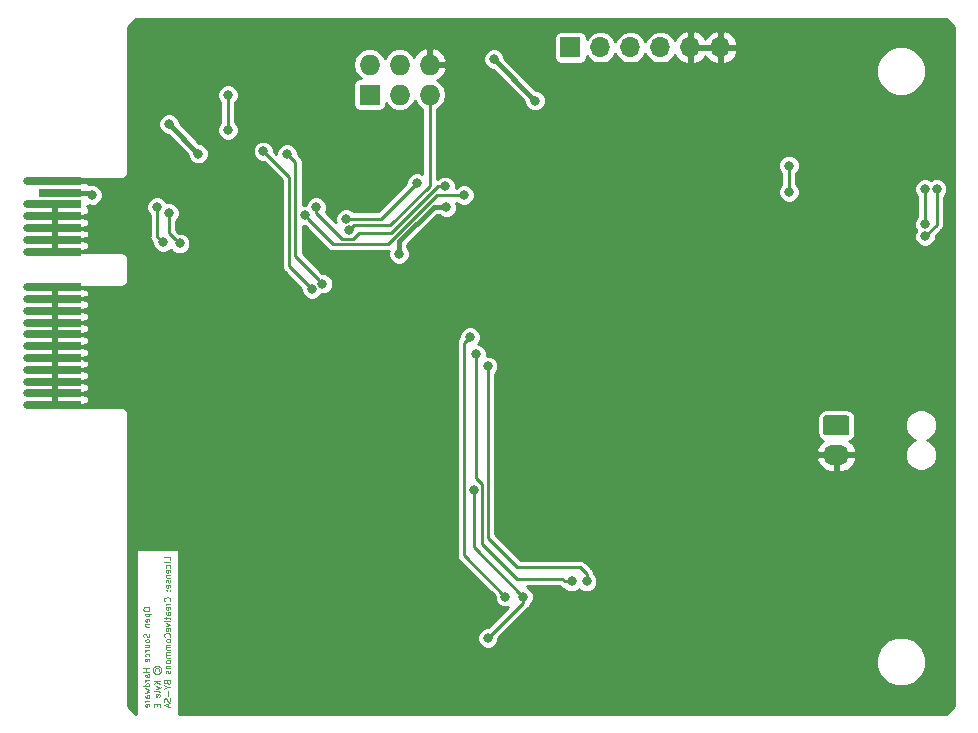
<source format=gbr>
G04 #@! TF.GenerationSoftware,KiCad,Pcbnew,5.0.2+dfsg1-1*
G04 #@! TF.CreationDate,2021-07-01T00:11:51-05:00*
G04 #@! TF.ProjectId,dcpsu-card-a,64637073-752d-4636-9172-642d612e6b69,v0.4-TI*
G04 #@! TF.SameCoordinates,Original*
G04 #@! TF.FileFunction,Copper,L2,Bot*
G04 #@! TF.FilePolarity,Positive*
%FSLAX46Y46*%
G04 Gerber Fmt 4.6, Leading zero omitted, Abs format (unit mm)*
G04 Created by KiCad (PCBNEW 5.0.2+dfsg1-1) date Thu 01 Jul 2021 12:11:51 AM CDT*
%MOMM*%
%LPD*%
G01*
G04 APERTURE LIST*
G04 #@! TA.AperFunction,NonConductor*
%ADD10C,0.125000*%
G04 #@! TD*
G04 #@! TA.AperFunction,ComponentPad*
%ADD11O,1.700000X1.700000*%
G04 #@! TD*
G04 #@! TA.AperFunction,ComponentPad*
%ADD12R,1.700000X1.700000*%
G04 #@! TD*
G04 #@! TA.AperFunction,ComponentPad*
%ADD13R,1.727200X1.727200*%
G04 #@! TD*
G04 #@! TA.AperFunction,ComponentPad*
%ADD14O,1.727200X1.727200*%
G04 #@! TD*
G04 #@! TA.AperFunction,ConnectorPad*
%ADD15C,0.650000*%
G04 #@! TD*
G04 #@! TA.AperFunction,ConnectorPad*
%ADD16R,4.600000X0.650000*%
G04 #@! TD*
G04 #@! TA.AperFunction,ConnectorPad*
%ADD17R,3.600000X0.650000*%
G04 #@! TD*
G04 #@! TA.AperFunction,Conductor*
%ADD18C,0.100000*%
G04 #@! TD*
G04 #@! TA.AperFunction,ComponentPad*
%ADD19C,1.700000*%
G04 #@! TD*
G04 #@! TA.AperFunction,ComponentPad*
%ADD20O,2.200000X1.700000*%
G04 #@! TD*
G04 #@! TA.AperFunction,ViaPad*
%ADD21C,0.800000*%
G04 #@! TD*
G04 #@! TA.AperFunction,Conductor*
%ADD22C,0.250000*%
G04 #@! TD*
G04 #@! TA.AperFunction,Conductor*
%ADD23C,0.381000*%
G04 #@! TD*
G04 #@! TA.AperFunction,Conductor*
%ADD24C,0.254000*%
G04 #@! TD*
G04 APERTURE END LIST*
D10*
X90851190Y-120513988D02*
X90851190Y-120609226D01*
X90875000Y-120656845D01*
X90922619Y-120704464D01*
X91017857Y-120728273D01*
X91184523Y-120728273D01*
X91279761Y-120704464D01*
X91327380Y-120656845D01*
X91351190Y-120609226D01*
X91351190Y-120513988D01*
X91327380Y-120466369D01*
X91279761Y-120418750D01*
X91184523Y-120394940D01*
X91017857Y-120394940D01*
X90922619Y-120418750D01*
X90875000Y-120466369D01*
X90851190Y-120513988D01*
X91017857Y-120942559D02*
X91517857Y-120942559D01*
X91041666Y-120942559D02*
X91017857Y-120990178D01*
X91017857Y-121085416D01*
X91041666Y-121133035D01*
X91065476Y-121156845D01*
X91113095Y-121180654D01*
X91255952Y-121180654D01*
X91303571Y-121156845D01*
X91327380Y-121133035D01*
X91351190Y-121085416D01*
X91351190Y-120990178D01*
X91327380Y-120942559D01*
X91327380Y-121585416D02*
X91351190Y-121537797D01*
X91351190Y-121442559D01*
X91327380Y-121394940D01*
X91279761Y-121371130D01*
X91089285Y-121371130D01*
X91041666Y-121394940D01*
X91017857Y-121442559D01*
X91017857Y-121537797D01*
X91041666Y-121585416D01*
X91089285Y-121609226D01*
X91136904Y-121609226D01*
X91184523Y-121371130D01*
X91017857Y-121823511D02*
X91351190Y-121823511D01*
X91065476Y-121823511D02*
X91041666Y-121847321D01*
X91017857Y-121894940D01*
X91017857Y-121966369D01*
X91041666Y-122013988D01*
X91089285Y-122037797D01*
X91351190Y-122037797D01*
X91327380Y-122633035D02*
X91351190Y-122704464D01*
X91351190Y-122823511D01*
X91327380Y-122871130D01*
X91303571Y-122894940D01*
X91255952Y-122918750D01*
X91208333Y-122918750D01*
X91160714Y-122894940D01*
X91136904Y-122871130D01*
X91113095Y-122823511D01*
X91089285Y-122728273D01*
X91065476Y-122680654D01*
X91041666Y-122656845D01*
X90994047Y-122633035D01*
X90946428Y-122633035D01*
X90898809Y-122656845D01*
X90875000Y-122680654D01*
X90851190Y-122728273D01*
X90851190Y-122847321D01*
X90875000Y-122918750D01*
X91351190Y-123204464D02*
X91327380Y-123156845D01*
X91303571Y-123133035D01*
X91255952Y-123109226D01*
X91113095Y-123109226D01*
X91065476Y-123133035D01*
X91041666Y-123156845D01*
X91017857Y-123204464D01*
X91017857Y-123275892D01*
X91041666Y-123323511D01*
X91065476Y-123347321D01*
X91113095Y-123371130D01*
X91255952Y-123371130D01*
X91303571Y-123347321D01*
X91327380Y-123323511D01*
X91351190Y-123275892D01*
X91351190Y-123204464D01*
X91017857Y-123799702D02*
X91351190Y-123799702D01*
X91017857Y-123585416D02*
X91279761Y-123585416D01*
X91327380Y-123609226D01*
X91351190Y-123656845D01*
X91351190Y-123728273D01*
X91327380Y-123775892D01*
X91303571Y-123799702D01*
X91351190Y-124037797D02*
X91017857Y-124037797D01*
X91113095Y-124037797D02*
X91065476Y-124061607D01*
X91041666Y-124085416D01*
X91017857Y-124133035D01*
X91017857Y-124180654D01*
X91327380Y-124561607D02*
X91351190Y-124513988D01*
X91351190Y-124418750D01*
X91327380Y-124371130D01*
X91303571Y-124347321D01*
X91255952Y-124323511D01*
X91113095Y-124323511D01*
X91065476Y-124347321D01*
X91041666Y-124371130D01*
X91017857Y-124418750D01*
X91017857Y-124513988D01*
X91041666Y-124561607D01*
X91327380Y-124966369D02*
X91351190Y-124918750D01*
X91351190Y-124823511D01*
X91327380Y-124775892D01*
X91279761Y-124752083D01*
X91089285Y-124752083D01*
X91041666Y-124775892D01*
X91017857Y-124823511D01*
X91017857Y-124918750D01*
X91041666Y-124966369D01*
X91089285Y-124990178D01*
X91136904Y-124990178D01*
X91184523Y-124752083D01*
X91351190Y-125585416D02*
X90851190Y-125585416D01*
X91089285Y-125585416D02*
X91089285Y-125871130D01*
X91351190Y-125871130D02*
X90851190Y-125871130D01*
X91351190Y-126323511D02*
X91089285Y-126323511D01*
X91041666Y-126299702D01*
X91017857Y-126252083D01*
X91017857Y-126156845D01*
X91041666Y-126109226D01*
X91327380Y-126323511D02*
X91351190Y-126275892D01*
X91351190Y-126156845D01*
X91327380Y-126109226D01*
X91279761Y-126085416D01*
X91232142Y-126085416D01*
X91184523Y-126109226D01*
X91160714Y-126156845D01*
X91160714Y-126275892D01*
X91136904Y-126323511D01*
X91351190Y-126561607D02*
X91017857Y-126561607D01*
X91113095Y-126561607D02*
X91065476Y-126585416D01*
X91041666Y-126609226D01*
X91017857Y-126656845D01*
X91017857Y-126704464D01*
X91351190Y-127085416D02*
X90851190Y-127085416D01*
X91327380Y-127085416D02*
X91351190Y-127037797D01*
X91351190Y-126942559D01*
X91327380Y-126894940D01*
X91303571Y-126871130D01*
X91255952Y-126847321D01*
X91113095Y-126847321D01*
X91065476Y-126871130D01*
X91041666Y-126894940D01*
X91017857Y-126942559D01*
X91017857Y-127037797D01*
X91041666Y-127085416D01*
X91017857Y-127275892D02*
X91351190Y-127371130D01*
X91113095Y-127466369D01*
X91351190Y-127561607D01*
X91017857Y-127656845D01*
X91351190Y-128061607D02*
X91089285Y-128061607D01*
X91041666Y-128037797D01*
X91017857Y-127990178D01*
X91017857Y-127894940D01*
X91041666Y-127847321D01*
X91327380Y-128061607D02*
X91351190Y-128013988D01*
X91351190Y-127894940D01*
X91327380Y-127847321D01*
X91279761Y-127823511D01*
X91232142Y-127823511D01*
X91184523Y-127847321D01*
X91160714Y-127894940D01*
X91160714Y-128013988D01*
X91136904Y-128061607D01*
X91351190Y-128299702D02*
X91017857Y-128299702D01*
X91113095Y-128299702D02*
X91065476Y-128323511D01*
X91041666Y-128347321D01*
X91017857Y-128394940D01*
X91017857Y-128442559D01*
X91327380Y-128799702D02*
X91351190Y-128752083D01*
X91351190Y-128656845D01*
X91327380Y-128609226D01*
X91279761Y-128585416D01*
X91089285Y-128585416D01*
X91041666Y-128609226D01*
X91017857Y-128656845D01*
X91017857Y-128752083D01*
X91041666Y-128799702D01*
X91089285Y-128823511D01*
X91136904Y-128823511D01*
X91184523Y-128585416D01*
X91845238Y-125799702D02*
X91821428Y-125752083D01*
X91821428Y-125656845D01*
X91845238Y-125609226D01*
X91892857Y-125561607D01*
X91940476Y-125537797D01*
X92035714Y-125537797D01*
X92083333Y-125561607D01*
X92130952Y-125609226D01*
X92154761Y-125656845D01*
X92154761Y-125752083D01*
X92130952Y-125799702D01*
X91654761Y-125704464D02*
X91678571Y-125585416D01*
X91750000Y-125466369D01*
X91869047Y-125394940D01*
X91988095Y-125371130D01*
X92107142Y-125394940D01*
X92226190Y-125466369D01*
X92297619Y-125585416D01*
X92321428Y-125704464D01*
X92297619Y-125823511D01*
X92226190Y-125942559D01*
X92107142Y-126013988D01*
X91988095Y-126037797D01*
X91869047Y-126013988D01*
X91750000Y-125942559D01*
X91678571Y-125823511D01*
X91654761Y-125704464D01*
X92226190Y-126633035D02*
X91726190Y-126633035D01*
X92226190Y-126918750D02*
X91940476Y-126704464D01*
X91726190Y-126918750D02*
X92011904Y-126633035D01*
X91892857Y-127085416D02*
X92226190Y-127204464D01*
X91892857Y-127323511D02*
X92226190Y-127204464D01*
X92345238Y-127156845D01*
X92369047Y-127133035D01*
X92392857Y-127085416D01*
X92226190Y-127585416D02*
X92202380Y-127537797D01*
X92154761Y-127513988D01*
X91726190Y-127513988D01*
X92202380Y-127966369D02*
X92226190Y-127918750D01*
X92226190Y-127823511D01*
X92202380Y-127775892D01*
X92154761Y-127752083D01*
X91964285Y-127752083D01*
X91916666Y-127775892D01*
X91892857Y-127823511D01*
X91892857Y-127918750D01*
X91916666Y-127966369D01*
X91964285Y-127990178D01*
X92011904Y-127990178D01*
X92059523Y-127752083D01*
X91964285Y-128585416D02*
X91964285Y-128752083D01*
X92226190Y-128823511D02*
X92226190Y-128585416D01*
X91726190Y-128585416D01*
X91726190Y-128823511D01*
X93101190Y-116418750D02*
X93101190Y-116180654D01*
X92601190Y-116180654D01*
X93101190Y-116585416D02*
X92767857Y-116585416D01*
X92601190Y-116585416D02*
X92625000Y-116561607D01*
X92648809Y-116585416D01*
X92625000Y-116609226D01*
X92601190Y-116585416D01*
X92648809Y-116585416D01*
X93077380Y-117037797D02*
X93101190Y-116990178D01*
X93101190Y-116894940D01*
X93077380Y-116847321D01*
X93053571Y-116823511D01*
X93005952Y-116799702D01*
X92863095Y-116799702D01*
X92815476Y-116823511D01*
X92791666Y-116847321D01*
X92767857Y-116894940D01*
X92767857Y-116990178D01*
X92791666Y-117037797D01*
X93077380Y-117442559D02*
X93101190Y-117394940D01*
X93101190Y-117299702D01*
X93077380Y-117252083D01*
X93029761Y-117228273D01*
X92839285Y-117228273D01*
X92791666Y-117252083D01*
X92767857Y-117299702D01*
X92767857Y-117394940D01*
X92791666Y-117442559D01*
X92839285Y-117466369D01*
X92886904Y-117466369D01*
X92934523Y-117228273D01*
X92767857Y-117680654D02*
X93101190Y-117680654D01*
X92815476Y-117680654D02*
X92791666Y-117704464D01*
X92767857Y-117752083D01*
X92767857Y-117823511D01*
X92791666Y-117871130D01*
X92839285Y-117894940D01*
X93101190Y-117894940D01*
X93077380Y-118109226D02*
X93101190Y-118156845D01*
X93101190Y-118252083D01*
X93077380Y-118299702D01*
X93029761Y-118323511D01*
X93005952Y-118323511D01*
X92958333Y-118299702D01*
X92934523Y-118252083D01*
X92934523Y-118180654D01*
X92910714Y-118133035D01*
X92863095Y-118109226D01*
X92839285Y-118109226D01*
X92791666Y-118133035D01*
X92767857Y-118180654D01*
X92767857Y-118252083D01*
X92791666Y-118299702D01*
X93077380Y-118728273D02*
X93101190Y-118680654D01*
X93101190Y-118585416D01*
X93077380Y-118537797D01*
X93029761Y-118513988D01*
X92839285Y-118513988D01*
X92791666Y-118537797D01*
X92767857Y-118585416D01*
X92767857Y-118680654D01*
X92791666Y-118728273D01*
X92839285Y-118752083D01*
X92886904Y-118752083D01*
X92934523Y-118513988D01*
X93053571Y-118966369D02*
X93077380Y-118990178D01*
X93101190Y-118966369D01*
X93077380Y-118942559D01*
X93053571Y-118966369D01*
X93101190Y-118966369D01*
X92791666Y-118966369D02*
X92815476Y-118990178D01*
X92839285Y-118966369D01*
X92815476Y-118942559D01*
X92791666Y-118966369D01*
X92839285Y-118966369D01*
X93053571Y-119871130D02*
X93077380Y-119847321D01*
X93101190Y-119775892D01*
X93101190Y-119728273D01*
X93077380Y-119656845D01*
X93029761Y-119609226D01*
X92982142Y-119585416D01*
X92886904Y-119561607D01*
X92815476Y-119561607D01*
X92720238Y-119585416D01*
X92672619Y-119609226D01*
X92625000Y-119656845D01*
X92601190Y-119728273D01*
X92601190Y-119775892D01*
X92625000Y-119847321D01*
X92648809Y-119871130D01*
X93101190Y-120085416D02*
X92767857Y-120085416D01*
X92863095Y-120085416D02*
X92815476Y-120109226D01*
X92791666Y-120133035D01*
X92767857Y-120180654D01*
X92767857Y-120228273D01*
X93077380Y-120585416D02*
X93101190Y-120537797D01*
X93101190Y-120442559D01*
X93077380Y-120394940D01*
X93029761Y-120371130D01*
X92839285Y-120371130D01*
X92791666Y-120394940D01*
X92767857Y-120442559D01*
X92767857Y-120537797D01*
X92791666Y-120585416D01*
X92839285Y-120609226D01*
X92886904Y-120609226D01*
X92934523Y-120371130D01*
X93101190Y-121037797D02*
X92839285Y-121037797D01*
X92791666Y-121013988D01*
X92767857Y-120966369D01*
X92767857Y-120871130D01*
X92791666Y-120823511D01*
X93077380Y-121037797D02*
X93101190Y-120990178D01*
X93101190Y-120871130D01*
X93077380Y-120823511D01*
X93029761Y-120799702D01*
X92982142Y-120799702D01*
X92934523Y-120823511D01*
X92910714Y-120871130D01*
X92910714Y-120990178D01*
X92886904Y-121037797D01*
X92767857Y-121204464D02*
X92767857Y-121394940D01*
X92601190Y-121275892D02*
X93029761Y-121275892D01*
X93077380Y-121299702D01*
X93101190Y-121347321D01*
X93101190Y-121394940D01*
X93101190Y-121561607D02*
X92767857Y-121561607D01*
X92601190Y-121561607D02*
X92625000Y-121537797D01*
X92648809Y-121561607D01*
X92625000Y-121585416D01*
X92601190Y-121561607D01*
X92648809Y-121561607D01*
X92767857Y-121752083D02*
X93101190Y-121871130D01*
X92767857Y-121990178D01*
X93077380Y-122371130D02*
X93101190Y-122323511D01*
X93101190Y-122228273D01*
X93077380Y-122180654D01*
X93029761Y-122156845D01*
X92839285Y-122156845D01*
X92791666Y-122180654D01*
X92767857Y-122228273D01*
X92767857Y-122323511D01*
X92791666Y-122371130D01*
X92839285Y-122394940D01*
X92886904Y-122394940D01*
X92934523Y-122156845D01*
X93053571Y-122894940D02*
X93077380Y-122871130D01*
X93101190Y-122799702D01*
X93101190Y-122752083D01*
X93077380Y-122680654D01*
X93029761Y-122633035D01*
X92982142Y-122609226D01*
X92886904Y-122585416D01*
X92815476Y-122585416D01*
X92720238Y-122609226D01*
X92672619Y-122633035D01*
X92625000Y-122680654D01*
X92601190Y-122752083D01*
X92601190Y-122799702D01*
X92625000Y-122871130D01*
X92648809Y-122894940D01*
X93101190Y-123180654D02*
X93077380Y-123133035D01*
X93053571Y-123109226D01*
X93005952Y-123085416D01*
X92863095Y-123085416D01*
X92815476Y-123109226D01*
X92791666Y-123133035D01*
X92767857Y-123180654D01*
X92767857Y-123252083D01*
X92791666Y-123299702D01*
X92815476Y-123323511D01*
X92863095Y-123347321D01*
X93005952Y-123347321D01*
X93053571Y-123323511D01*
X93077380Y-123299702D01*
X93101190Y-123252083D01*
X93101190Y-123180654D01*
X93101190Y-123561607D02*
X92767857Y-123561607D01*
X92815476Y-123561607D02*
X92791666Y-123585416D01*
X92767857Y-123633035D01*
X92767857Y-123704464D01*
X92791666Y-123752083D01*
X92839285Y-123775892D01*
X93101190Y-123775892D01*
X92839285Y-123775892D02*
X92791666Y-123799702D01*
X92767857Y-123847321D01*
X92767857Y-123918750D01*
X92791666Y-123966369D01*
X92839285Y-123990178D01*
X93101190Y-123990178D01*
X93101190Y-124228273D02*
X92767857Y-124228273D01*
X92815476Y-124228273D02*
X92791666Y-124252083D01*
X92767857Y-124299702D01*
X92767857Y-124371130D01*
X92791666Y-124418750D01*
X92839285Y-124442559D01*
X93101190Y-124442559D01*
X92839285Y-124442559D02*
X92791666Y-124466369D01*
X92767857Y-124513988D01*
X92767857Y-124585416D01*
X92791666Y-124633035D01*
X92839285Y-124656845D01*
X93101190Y-124656845D01*
X93101190Y-124966369D02*
X93077380Y-124918750D01*
X93053571Y-124894940D01*
X93005952Y-124871130D01*
X92863095Y-124871130D01*
X92815476Y-124894940D01*
X92791666Y-124918750D01*
X92767857Y-124966369D01*
X92767857Y-125037797D01*
X92791666Y-125085416D01*
X92815476Y-125109226D01*
X92863095Y-125133035D01*
X93005952Y-125133035D01*
X93053571Y-125109226D01*
X93077380Y-125085416D01*
X93101190Y-125037797D01*
X93101190Y-124966369D01*
X92767857Y-125347321D02*
X93101190Y-125347321D01*
X92815476Y-125347321D02*
X92791666Y-125371130D01*
X92767857Y-125418750D01*
X92767857Y-125490178D01*
X92791666Y-125537797D01*
X92839285Y-125561607D01*
X93101190Y-125561607D01*
X93077380Y-125775892D02*
X93101190Y-125823511D01*
X93101190Y-125918750D01*
X93077380Y-125966369D01*
X93029761Y-125990178D01*
X93005952Y-125990178D01*
X92958333Y-125966369D01*
X92934523Y-125918750D01*
X92934523Y-125847321D01*
X92910714Y-125799702D01*
X92863095Y-125775892D01*
X92839285Y-125775892D01*
X92791666Y-125799702D01*
X92767857Y-125847321D01*
X92767857Y-125918750D01*
X92791666Y-125966369D01*
X92839285Y-126752083D02*
X92863095Y-126823511D01*
X92886904Y-126847321D01*
X92934523Y-126871130D01*
X93005952Y-126871130D01*
X93053571Y-126847321D01*
X93077380Y-126823511D01*
X93101190Y-126775892D01*
X93101190Y-126585416D01*
X92601190Y-126585416D01*
X92601190Y-126752083D01*
X92625000Y-126799702D01*
X92648809Y-126823511D01*
X92696428Y-126847321D01*
X92744047Y-126847321D01*
X92791666Y-126823511D01*
X92815476Y-126799702D01*
X92839285Y-126752083D01*
X92839285Y-126585416D01*
X92863095Y-127180654D02*
X93101190Y-127180654D01*
X92601190Y-127013988D02*
X92863095Y-127180654D01*
X92601190Y-127347321D01*
X92910714Y-127513988D02*
X92910714Y-127894940D01*
X93077380Y-128109226D02*
X93101190Y-128180654D01*
X93101190Y-128299702D01*
X93077380Y-128347321D01*
X93053571Y-128371130D01*
X93005952Y-128394940D01*
X92958333Y-128394940D01*
X92910714Y-128371130D01*
X92886904Y-128347321D01*
X92863095Y-128299702D01*
X92839285Y-128204464D01*
X92815476Y-128156845D01*
X92791666Y-128133035D01*
X92744047Y-128109226D01*
X92696428Y-128109226D01*
X92648809Y-128133035D01*
X92625000Y-128156845D01*
X92601190Y-128204464D01*
X92601190Y-128323511D01*
X92625000Y-128394940D01*
X92958333Y-128585416D02*
X92958333Y-128823511D01*
X93101190Y-128537797D02*
X92601190Y-128704464D01*
X93101190Y-128871130D01*
D11*
G04 #@! TO.P,J2,6*
G04 #@! TO.N,GND*
X139700000Y-73000000D03*
G04 #@! TO.P,J2,5*
X137160000Y-73000000D03*
G04 #@! TO.P,J2,4*
G04 #@! TO.N,+5V*
X134620000Y-73000000D03*
G04 #@! TO.P,J2,3*
G04 #@! TO.N,/UART-RX*
X132080000Y-73000000D03*
G04 #@! TO.P,J2,2*
G04 #@! TO.N,/UART-TX*
X129540000Y-73000000D03*
D12*
G04 #@! TO.P,J2,1*
G04 #@! TO.N,Net-(C3-Pad2)*
X127000000Y-73000000D03*
G04 #@! TD*
D13*
G04 #@! TO.P,J3,1*
G04 #@! TO.N,CARD-MISO*
X110000000Y-77000000D03*
D14*
G04 #@! TO.P,J3,2*
G04 #@! TO.N,+5V*
X110000000Y-74460000D03*
G04 #@! TO.P,J3,3*
G04 #@! TO.N,CARD-SCLK*
X112540000Y-77000000D03*
G04 #@! TO.P,J3,4*
G04 #@! TO.N,CARD-MOSI*
X112540000Y-74460000D03*
G04 #@! TO.P,J3,5*
G04 #@! TO.N,/~RESET*
X115080000Y-77000000D03*
G04 #@! TO.P,J3,6*
G04 #@! TO.N,GND*
X115080000Y-74460000D03*
G04 #@! TD*
D15*
G04 #@! TO.P,J1,*
G04 #@! TO.N,*
X81000000Y-84300000D03*
D16*
G04 #@! TO.P,J1,B1*
G04 #@! TO.N,GND*
X83300000Y-103300000D03*
G04 #@! TO.P,J1,B2*
X83300000Y-102300000D03*
G04 #@! TO.P,J1,B3*
X83300000Y-101300000D03*
G04 #@! TO.P,J1,B4*
X83300000Y-100300000D03*
G04 #@! TO.P,J1,B5*
X83300000Y-99300000D03*
G04 #@! TO.P,J1,B6*
X83300000Y-98300000D03*
G04 #@! TO.P,J1,B7*
X83300000Y-97300000D03*
G04 #@! TO.P,J1,B8*
X83300000Y-96300000D03*
G04 #@! TO.P,J1,B9*
X83300000Y-95300000D03*
G04 #@! TO.P,J1,B10*
X83300000Y-94300000D03*
G04 #@! TO.P,J1,B11*
X83300000Y-93300000D03*
G04 #@! TO.P,J1,B14*
X83300000Y-88300000D03*
G04 #@! TO.P,J1,B15*
X83300000Y-87300000D03*
G04 #@! TO.P,J1,B16*
X83300000Y-86300000D03*
D17*
G04 #@! TO.P,J1,B17*
G04 #@! TO.N,+5V*
X83800000Y-85300000D03*
D16*
G04 #@! TO.P,J1,B18*
G04 #@! TO.N,GND*
X83300000Y-84300000D03*
G04 #@! TO.P,J1,B12*
X83300000Y-90300000D03*
G04 #@! TO.P,J1,B13*
X83300000Y-89300000D03*
D15*
G04 #@! TO.P,J1,*
G04 #@! TO.N,*
X81000000Y-101300000D03*
X81000000Y-100300000D03*
X81000000Y-99300000D03*
X81000000Y-98300000D03*
X81000000Y-97300000D03*
X81000000Y-96300000D03*
X81000000Y-95300000D03*
X81000000Y-94300000D03*
X81000000Y-93300000D03*
X81000000Y-103300000D03*
X81000000Y-90300000D03*
X81000000Y-89300000D03*
X81000000Y-88300000D03*
X81000000Y-87300000D03*
X81000000Y-86300000D03*
X81000000Y-102300000D03*
G04 #@! TD*
D18*
G04 #@! TO.N,Net-(D1-Pad1)*
G04 #@! TO.C,J4*
G36*
X150374504Y-104151204D02*
X150398773Y-104154804D01*
X150422571Y-104160765D01*
X150445671Y-104169030D01*
X150467849Y-104179520D01*
X150488893Y-104192133D01*
X150508598Y-104206747D01*
X150526777Y-104223223D01*
X150543253Y-104241402D01*
X150557867Y-104261107D01*
X150570480Y-104282151D01*
X150580970Y-104304329D01*
X150589235Y-104327429D01*
X150595196Y-104351227D01*
X150598796Y-104375496D01*
X150600000Y-104400000D01*
X150600000Y-105600000D01*
X150598796Y-105624504D01*
X150595196Y-105648773D01*
X150589235Y-105672571D01*
X150580970Y-105695671D01*
X150570480Y-105717849D01*
X150557867Y-105738893D01*
X150543253Y-105758598D01*
X150526777Y-105776777D01*
X150508598Y-105793253D01*
X150488893Y-105807867D01*
X150467849Y-105820480D01*
X150445671Y-105830970D01*
X150422571Y-105839235D01*
X150398773Y-105845196D01*
X150374504Y-105848796D01*
X150350000Y-105850000D01*
X148650000Y-105850000D01*
X148625496Y-105848796D01*
X148601227Y-105845196D01*
X148577429Y-105839235D01*
X148554329Y-105830970D01*
X148532151Y-105820480D01*
X148511107Y-105807867D01*
X148491402Y-105793253D01*
X148473223Y-105776777D01*
X148456747Y-105758598D01*
X148442133Y-105738893D01*
X148429520Y-105717849D01*
X148419030Y-105695671D01*
X148410765Y-105672571D01*
X148404804Y-105648773D01*
X148401204Y-105624504D01*
X148400000Y-105600000D01*
X148400000Y-104400000D01*
X148401204Y-104375496D01*
X148404804Y-104351227D01*
X148410765Y-104327429D01*
X148419030Y-104304329D01*
X148429520Y-104282151D01*
X148442133Y-104261107D01*
X148456747Y-104241402D01*
X148473223Y-104223223D01*
X148491402Y-104206747D01*
X148511107Y-104192133D01*
X148532151Y-104179520D01*
X148554329Y-104169030D01*
X148577429Y-104160765D01*
X148601227Y-104154804D01*
X148625496Y-104151204D01*
X148650000Y-104150000D01*
X150350000Y-104150000D01*
X150374504Y-104151204D01*
X150374504Y-104151204D01*
G37*
D19*
G04 #@! TD*
G04 #@! TO.P,J4,1*
G04 #@! TO.N,Net-(D1-Pad1)*
X149500000Y-105000000D03*
D20*
G04 #@! TO.P,J4,2*
G04 #@! TO.N,GND*
X149500000Y-107500000D03*
G04 #@! TD*
D21*
G04 #@! TO.N,/~RESET*
X108265933Y-88464004D03*
G04 #@! TO.N,GND*
X99000000Y-86600000D03*
X100400000Y-86600000D03*
X99000000Y-85000000D03*
X152000000Y-82000000D03*
X152000000Y-88000000D03*
X152000000Y-86000000D03*
X156000000Y-102000000D03*
X156000000Y-98000000D03*
X157000000Y-99000000D03*
X157000000Y-101000000D03*
X106000000Y-84000000D03*
X144075000Y-93000000D03*
X120000000Y-97500000D03*
X100400000Y-85000000D03*
X87000000Y-103090500D03*
X124500000Y-119500000D03*
X154000000Y-96000000D03*
X111500000Y-101500000D03*
X126000000Y-120000000D03*
X126000000Y-121000000D03*
X126000000Y-122000000D03*
X126000000Y-123000000D03*
X132000000Y-121500000D03*
X132000000Y-120500000D03*
X133000000Y-120500000D03*
X133000000Y-121500000D03*
X124000000Y-110000000D03*
X125500000Y-110000000D03*
X127000000Y-110000000D03*
X128500000Y-110000000D03*
X131000000Y-104000000D03*
X132000000Y-104000000D03*
X132000000Y-105500000D03*
X131000000Y-105500000D03*
X129500000Y-111000000D03*
X132500000Y-115500000D03*
X132500000Y-118000000D03*
X100000000Y-97500000D03*
X102000000Y-97500000D03*
X100000000Y-99500000D03*
X102000000Y-99500000D03*
X100000000Y-101500000D03*
X102000000Y-101500000D03*
X100000000Y-103500000D03*
X102000000Y-103500000D03*
X117000000Y-123500000D03*
G04 #@! TO.N,+5V*
X86500000Y-85500000D03*
X95500000Y-82000000D03*
X93000000Y-79500000D03*
X124000000Y-77500000D03*
X120500000Y-74000000D03*
X116500000Y-86500000D03*
X112500000Y-90500000D03*
G04 #@! TO.N,/ADC-VOUT*
X145500000Y-85225000D03*
X145500000Y-83000000D03*
X114000000Y-84500000D03*
X107999992Y-87500000D03*
G04 #@! TO.N,CARD-SCLK*
X93000000Y-87012500D03*
X93900004Y-89600000D03*
G04 #@! TO.N,CARD-MISO*
X98000000Y-77000000D03*
X98000000Y-79987500D03*
G04 #@! TO.N,CARD-MOSI*
X92000000Y-86500000D03*
X92500020Y-89500000D03*
G04 #@! TO.N,/PWR-EN*
X101000000Y-81800000D03*
X105105540Y-93447229D03*
X128365000Y-118220000D03*
X120000000Y-100000000D03*
G04 #@! TO.N,Net-(D2-Pad3)*
X157000000Y-89000000D03*
X158000000Y-85000000D03*
G04 #@! TO.N,/LED2*
X104500000Y-87225000D03*
X118000000Y-85500000D03*
G04 #@! TO.N,/LED1*
X156987347Y-87987347D03*
X157000000Y-85000000D03*
X105487347Y-86487347D03*
X116393701Y-84774990D03*
G04 #@! TO.N,Net-(C16-Pad1)*
X121500000Y-119500000D03*
X118500000Y-97500000D03*
G04 #@! TO.N,Net-(C10-Pad1)*
X123000000Y-119500000D03*
X118824979Y-110500000D03*
X120000000Y-123000000D03*
G04 #@! TO.N,/PWR-GOOD*
X103000000Y-82000000D03*
X106000000Y-93000064D03*
X127095000Y-118220000D03*
X119000000Y-99000000D03*
G04 #@! TD*
D22*
G04 #@! TO.N,/~RESET*
X115080000Y-84720000D02*
X111735995Y-88064005D01*
X111735995Y-88064005D02*
X108665932Y-88064005D01*
X108665932Y-88064005D02*
X108265933Y-88464004D01*
X115080000Y-77000000D02*
X115080000Y-84720000D01*
D23*
G04 #@! TO.N,+5V*
X83800000Y-85300000D02*
X86300000Y-85300000D01*
X86300000Y-85300000D02*
X86500000Y-85500000D01*
X95500000Y-82000000D02*
X93000000Y-79500000D01*
X124000000Y-77500000D02*
X120500000Y-74000000D01*
X112500000Y-89429042D02*
X112500000Y-90500000D01*
X115429042Y-86500000D02*
X112500000Y-89429042D01*
X116500000Y-86500000D02*
X115429042Y-86500000D01*
D22*
G04 #@! TO.N,/ADC-VOUT*
X145500000Y-85225000D02*
X145500000Y-83000000D01*
X111000000Y-87500000D02*
X108565677Y-87500000D01*
X114000000Y-84500000D02*
X111000000Y-87500000D01*
X108565677Y-87500000D02*
X107999992Y-87500000D01*
G04 #@! TO.N,CARD-SCLK*
X93000000Y-88699996D02*
X93500005Y-89200001D01*
X93500005Y-89200001D02*
X93900004Y-89600000D01*
X93000000Y-87012500D02*
X93000000Y-88699996D01*
G04 #@! TO.N,CARD-MISO*
X98000000Y-77000000D02*
X98000000Y-79987500D01*
G04 #@! TO.N,CARD-MOSI*
X92000000Y-86500000D02*
X92000000Y-88999980D01*
X92100021Y-89100001D02*
X92500020Y-89500000D01*
X92000000Y-88999980D02*
X92100021Y-89100001D01*
G04 #@! TO.N,/PWR-EN*
X104705541Y-93047230D02*
X105105540Y-93447229D01*
X103200000Y-91541689D02*
X104705541Y-93047230D01*
X101000000Y-81800000D02*
X103200000Y-84000000D01*
X103200000Y-84000000D02*
X103200000Y-91541689D01*
X120000000Y-114500000D02*
X120000000Y-100000000D01*
X122515000Y-117015000D02*
X120000000Y-114500000D01*
X127810000Y-117015000D02*
X122515000Y-117015000D01*
X128365000Y-117570000D02*
X127810000Y-117015000D01*
X128365000Y-118220000D02*
X128365000Y-117570000D01*
G04 #@! TO.N,Net-(D2-Pad3)*
X157000000Y-89000000D02*
X158000000Y-88000000D01*
X158000000Y-88000000D02*
X158000000Y-85000000D01*
G04 #@! TO.N,/LED2*
X104899999Y-87624999D02*
X104500000Y-87225000D01*
X115700000Y-85500000D02*
X111560983Y-89639017D01*
X118000000Y-85500000D02*
X115700000Y-85500000D01*
X106914017Y-89639017D02*
X104899999Y-87624999D01*
X111560983Y-89639017D02*
X106914017Y-89639017D01*
G04 #@! TO.N,/LED1*
X156987347Y-87987347D02*
X156987347Y-85012653D01*
X156987347Y-85012653D02*
X157000000Y-85000000D01*
X115788600Y-84774990D02*
X115828016Y-84774990D01*
X107623321Y-89189006D02*
X108613935Y-89189006D01*
X105487347Y-87053032D02*
X107623321Y-89189006D01*
X108613935Y-89189006D02*
X109077939Y-88725002D01*
X109077939Y-88725002D02*
X111838588Y-88725002D01*
X115828016Y-84774990D02*
X116393701Y-84774990D01*
X111838588Y-88725002D02*
X115788600Y-84774990D01*
X105487347Y-86487347D02*
X105487347Y-87053032D01*
G04 #@! TO.N,Net-(C16-Pad1)*
X118000000Y-98000000D02*
X118500000Y-97500000D01*
X121500000Y-119500000D02*
X118000000Y-116000000D01*
X118000000Y-116000000D02*
X118000000Y-98000000D01*
G04 #@! TO.N,Net-(C10-Pad1)*
X118824979Y-111065685D02*
X118824979Y-110500000D01*
X123000000Y-119500000D02*
X118824979Y-115324979D01*
X118824979Y-115324979D02*
X118824979Y-111065685D01*
X123000000Y-120000000D02*
X123000000Y-119500000D01*
X120000000Y-123000000D02*
X123000000Y-120000000D01*
G04 #@! TO.N,/PWR-GOOD*
X103700000Y-90700064D02*
X105600001Y-92600065D01*
X103000000Y-82000000D02*
X103700000Y-82700000D01*
X105600001Y-92600065D02*
X106000000Y-93000064D01*
X103700000Y-82700000D02*
X103700000Y-90700064D01*
X119000000Y-109426998D02*
X119000000Y-99565685D01*
X119000000Y-99565685D02*
X119000000Y-99000000D01*
X126540000Y-118220000D02*
X126320000Y-118000000D01*
X127095000Y-118220000D02*
X126540000Y-118220000D01*
X126320000Y-118000000D02*
X122500000Y-118000000D01*
X122500000Y-118000000D02*
X119549989Y-115049989D01*
X119549989Y-109976987D02*
X119000000Y-109426998D01*
X119549989Y-115049989D02*
X119549989Y-109976987D01*
G04 #@! TD*
D24*
G04 #@! TO.N,GND*
G36*
X159442000Y-71231131D02*
X159442001Y-128768868D01*
X158768870Y-129442000D01*
X93866750Y-129442000D01*
X93866750Y-124580693D01*
X152892000Y-124580693D01*
X152892000Y-125419307D01*
X153212924Y-126194086D01*
X153805914Y-126787076D01*
X154580693Y-127108000D01*
X155419307Y-127108000D01*
X156194086Y-126787076D01*
X156787076Y-126194086D01*
X157108000Y-125419307D01*
X157108000Y-124580693D01*
X156787076Y-123805914D01*
X156194086Y-123212924D01*
X155419307Y-122892000D01*
X154580693Y-122892000D01*
X153805914Y-123212924D01*
X153212924Y-123805914D01*
X152892000Y-124580693D01*
X93866750Y-124580693D01*
X93866750Y-115509857D01*
X90225750Y-115509857D01*
X90225750Y-129436619D01*
X89558000Y-128768870D01*
X89558000Y-104054954D01*
X89568931Y-104000000D01*
X89525624Y-103782280D01*
X89402295Y-103597705D01*
X89217720Y-103474376D01*
X89054954Y-103442000D01*
X89000000Y-103431069D01*
X88945046Y-103442000D01*
X86091250Y-103442000D01*
X86076250Y-103427000D01*
X83427000Y-103427000D01*
X83427000Y-103442000D01*
X83173000Y-103442000D01*
X83173000Y-103427000D01*
X83153000Y-103427000D01*
X83153000Y-103173000D01*
X83173000Y-103173000D01*
X83173000Y-102427000D01*
X83427000Y-102427000D01*
X83427000Y-103173000D01*
X83498750Y-103173000D01*
X83585750Y-103260000D01*
X85726310Y-103260000D01*
X85936346Y-103173000D01*
X86076250Y-103173000D01*
X86235000Y-103014250D01*
X86235000Y-102848691D01*
X86214832Y-102800000D01*
X86235000Y-102751309D01*
X86235000Y-102585750D01*
X86076250Y-102427000D01*
X85936346Y-102427000D01*
X85726310Y-102340000D01*
X83585750Y-102340000D01*
X83498750Y-102427000D01*
X83427000Y-102427000D01*
X83173000Y-102427000D01*
X83153000Y-102427000D01*
X83153000Y-102173000D01*
X83173000Y-102173000D01*
X83173000Y-101427000D01*
X83427000Y-101427000D01*
X83427000Y-102173000D01*
X83498750Y-102173000D01*
X83585750Y-102260000D01*
X85726310Y-102260000D01*
X85936346Y-102173000D01*
X86076250Y-102173000D01*
X86235000Y-102014250D01*
X86235000Y-101848691D01*
X86214832Y-101800000D01*
X86235000Y-101751309D01*
X86235000Y-101585750D01*
X86076250Y-101427000D01*
X85936346Y-101427000D01*
X85726310Y-101340000D01*
X83585750Y-101340000D01*
X83498750Y-101427000D01*
X83427000Y-101427000D01*
X83173000Y-101427000D01*
X83153000Y-101427000D01*
X83153000Y-101173000D01*
X83173000Y-101173000D01*
X83173000Y-100427000D01*
X83427000Y-100427000D01*
X83427000Y-101173000D01*
X83498750Y-101173000D01*
X83585750Y-101260000D01*
X85726310Y-101260000D01*
X85936346Y-101173000D01*
X86076250Y-101173000D01*
X86235000Y-101014250D01*
X86235000Y-100848691D01*
X86214832Y-100800000D01*
X86235000Y-100751309D01*
X86235000Y-100585750D01*
X86076250Y-100427000D01*
X85936346Y-100427000D01*
X85726310Y-100340000D01*
X83585750Y-100340000D01*
X83498750Y-100427000D01*
X83427000Y-100427000D01*
X83173000Y-100427000D01*
X83153000Y-100427000D01*
X83153000Y-100173000D01*
X83173000Y-100173000D01*
X83173000Y-99427000D01*
X83427000Y-99427000D01*
X83427000Y-100173000D01*
X83498750Y-100173000D01*
X83585750Y-100260000D01*
X85726310Y-100260000D01*
X85936346Y-100173000D01*
X86076250Y-100173000D01*
X86235000Y-100014250D01*
X86235000Y-99848691D01*
X86214832Y-99800000D01*
X86235000Y-99751309D01*
X86235000Y-99585750D01*
X86076250Y-99427000D01*
X85936346Y-99427000D01*
X85726310Y-99340000D01*
X83585750Y-99340000D01*
X83498750Y-99427000D01*
X83427000Y-99427000D01*
X83173000Y-99427000D01*
X83153000Y-99427000D01*
X83153000Y-99173000D01*
X83173000Y-99173000D01*
X83173000Y-98427000D01*
X83427000Y-98427000D01*
X83427000Y-99173000D01*
X83498750Y-99173000D01*
X83585750Y-99260000D01*
X85726310Y-99260000D01*
X85936346Y-99173000D01*
X86076250Y-99173000D01*
X86235000Y-99014250D01*
X86235000Y-98848691D01*
X86214832Y-98800000D01*
X86235000Y-98751309D01*
X86235000Y-98585750D01*
X86076250Y-98427000D01*
X85936346Y-98427000D01*
X85726310Y-98340000D01*
X83585750Y-98340000D01*
X83498750Y-98427000D01*
X83427000Y-98427000D01*
X83173000Y-98427000D01*
X83153000Y-98427000D01*
X83153000Y-98173000D01*
X83173000Y-98173000D01*
X83173000Y-97427000D01*
X83427000Y-97427000D01*
X83427000Y-98173000D01*
X83498750Y-98173000D01*
X83585750Y-98260000D01*
X85726310Y-98260000D01*
X85936346Y-98173000D01*
X86076250Y-98173000D01*
X86235000Y-98014250D01*
X86235000Y-98000000D01*
X117354600Y-98000000D01*
X117367001Y-98062344D01*
X117367000Y-115937661D01*
X117354600Y-116000000D01*
X117367000Y-116062339D01*
X117367000Y-116062343D01*
X117403727Y-116246983D01*
X117543633Y-116456367D01*
X117596487Y-116491683D01*
X120592000Y-119487198D01*
X120592000Y-119680612D01*
X120730235Y-120014341D01*
X120985659Y-120269765D01*
X121319388Y-120408000D01*
X121680612Y-120408000D01*
X121708252Y-120396551D01*
X120012804Y-122092000D01*
X119819388Y-122092000D01*
X119485659Y-122230235D01*
X119230235Y-122485659D01*
X119092000Y-122819388D01*
X119092000Y-123180612D01*
X119230235Y-123514341D01*
X119485659Y-123769765D01*
X119819388Y-123908000D01*
X120180612Y-123908000D01*
X120514341Y-123769765D01*
X120769765Y-123514341D01*
X120908000Y-123180612D01*
X120908000Y-122987196D01*
X123403516Y-120491681D01*
X123456367Y-120456367D01*
X123596273Y-120246984D01*
X123610960Y-120173146D01*
X123769765Y-120014341D01*
X123908000Y-119680612D01*
X123908000Y-119319388D01*
X123769765Y-118985659D01*
X123514341Y-118730235D01*
X123279595Y-118633000D01*
X126054656Y-118633000D01*
X126083633Y-118676367D01*
X126293016Y-118816273D01*
X126435511Y-118844617D01*
X126580659Y-118989765D01*
X126914388Y-119128000D01*
X127275612Y-119128000D01*
X127609341Y-118989765D01*
X127730000Y-118869106D01*
X127850659Y-118989765D01*
X128184388Y-119128000D01*
X128545612Y-119128000D01*
X128879341Y-118989765D01*
X129134765Y-118734341D01*
X129273000Y-118400612D01*
X129273000Y-118039388D01*
X129134765Y-117705659D01*
X129008526Y-117579420D01*
X129010400Y-117570000D01*
X128998000Y-117507659D01*
X128998000Y-117507656D01*
X128961273Y-117323016D01*
X128961273Y-117323015D01*
X128856682Y-117166485D01*
X128856681Y-117166484D01*
X128821367Y-117113633D01*
X128768515Y-117078318D01*
X128301683Y-116611487D01*
X128266367Y-116558633D01*
X128056984Y-116418727D01*
X127872344Y-116382000D01*
X127872339Y-116382000D01*
X127810000Y-116369600D01*
X127747661Y-116382000D01*
X122777197Y-116382000D01*
X120633000Y-114237804D01*
X120633000Y-107856890D01*
X147808524Y-107856890D01*
X147829648Y-107967491D01*
X148116667Y-108475451D01*
X148576226Y-108834907D01*
X149138361Y-108991135D01*
X149373000Y-108831491D01*
X149373000Y-107627000D01*
X149627000Y-107627000D01*
X149627000Y-108831491D01*
X149861639Y-108991135D01*
X150423774Y-108834907D01*
X150883333Y-108475451D01*
X151170352Y-107967491D01*
X151191476Y-107856890D01*
X151070155Y-107627000D01*
X149627000Y-107627000D01*
X149373000Y-107627000D01*
X147929845Y-107627000D01*
X147808524Y-107856890D01*
X120633000Y-107856890D01*
X120633000Y-107143110D01*
X147808524Y-107143110D01*
X147929845Y-107373000D01*
X149373000Y-107373000D01*
X149373000Y-107353000D01*
X149627000Y-107353000D01*
X149627000Y-107373000D01*
X151070155Y-107373000D01*
X151191476Y-107143110D01*
X151170352Y-107032509D01*
X150883333Y-106524549D01*
X150615586Y-106315124D01*
X150643883Y-106309495D01*
X150893024Y-106143024D01*
X151059495Y-105893883D01*
X151117952Y-105600000D01*
X151117952Y-104729877D01*
X155322000Y-104729877D01*
X155322000Y-105270123D01*
X155528743Y-105769245D01*
X155910755Y-106151257D01*
X156149142Y-106250000D01*
X155910755Y-106348743D01*
X155528743Y-106730755D01*
X155322000Y-107229877D01*
X155322000Y-107770123D01*
X155528743Y-108269245D01*
X155910755Y-108651257D01*
X156409877Y-108858000D01*
X156950123Y-108858000D01*
X157449245Y-108651257D01*
X157831257Y-108269245D01*
X158038000Y-107770123D01*
X158038000Y-107229877D01*
X157831257Y-106730755D01*
X157449245Y-106348743D01*
X157210858Y-106250000D01*
X157449245Y-106151257D01*
X157831257Y-105769245D01*
X158038000Y-105270123D01*
X158038000Y-104729877D01*
X157831257Y-104230755D01*
X157449245Y-103848743D01*
X156950123Y-103642000D01*
X156409877Y-103642000D01*
X155910755Y-103848743D01*
X155528743Y-104230755D01*
X155322000Y-104729877D01*
X151117952Y-104729877D01*
X151117952Y-104400000D01*
X151059495Y-104106117D01*
X150893024Y-103856976D01*
X150643883Y-103690505D01*
X150350000Y-103632048D01*
X148650000Y-103632048D01*
X148356117Y-103690505D01*
X148106976Y-103856976D01*
X147940505Y-104106117D01*
X147882048Y-104400000D01*
X147882048Y-105600000D01*
X147940505Y-105893883D01*
X148106976Y-106143024D01*
X148356117Y-106309495D01*
X148384414Y-106315124D01*
X148116667Y-106524549D01*
X147829648Y-107032509D01*
X147808524Y-107143110D01*
X120633000Y-107143110D01*
X120633000Y-100651106D01*
X120769765Y-100514341D01*
X120908000Y-100180612D01*
X120908000Y-99819388D01*
X120769765Y-99485659D01*
X120514341Y-99230235D01*
X120180612Y-99092000D01*
X119908000Y-99092000D01*
X119908000Y-98819388D01*
X119769765Y-98485659D01*
X119514341Y-98230235D01*
X119188739Y-98095367D01*
X119269765Y-98014341D01*
X119408000Y-97680612D01*
X119408000Y-97319388D01*
X119269765Y-96985659D01*
X119014341Y-96730235D01*
X118680612Y-96592000D01*
X118319388Y-96592000D01*
X117985659Y-96730235D01*
X117730235Y-96985659D01*
X117592000Y-97319388D01*
X117592000Y-97511316D01*
X117543634Y-97543633D01*
X117508320Y-97596484D01*
X117508318Y-97596486D01*
X117403728Y-97753016D01*
X117354600Y-98000000D01*
X86235000Y-98000000D01*
X86235000Y-97848691D01*
X86214832Y-97800000D01*
X86235000Y-97751309D01*
X86235000Y-97585750D01*
X86076250Y-97427000D01*
X85936346Y-97427000D01*
X85726310Y-97340000D01*
X83585750Y-97340000D01*
X83498750Y-97427000D01*
X83427000Y-97427000D01*
X83173000Y-97427000D01*
X83153000Y-97427000D01*
X83153000Y-97173000D01*
X83173000Y-97173000D01*
X83173000Y-96427000D01*
X83427000Y-96427000D01*
X83427000Y-97173000D01*
X83498750Y-97173000D01*
X83585750Y-97260000D01*
X85726310Y-97260000D01*
X85936346Y-97173000D01*
X86076250Y-97173000D01*
X86235000Y-97014250D01*
X86235000Y-96848691D01*
X86214832Y-96800000D01*
X86235000Y-96751309D01*
X86235000Y-96585750D01*
X86076250Y-96427000D01*
X85936346Y-96427000D01*
X85726310Y-96340000D01*
X83585750Y-96340000D01*
X83498750Y-96427000D01*
X83427000Y-96427000D01*
X83173000Y-96427000D01*
X83153000Y-96427000D01*
X83153000Y-96173000D01*
X83173000Y-96173000D01*
X83173000Y-95427000D01*
X83427000Y-95427000D01*
X83427000Y-96173000D01*
X83498750Y-96173000D01*
X83585750Y-96260000D01*
X85726310Y-96260000D01*
X85936346Y-96173000D01*
X86076250Y-96173000D01*
X86235000Y-96014250D01*
X86235000Y-95848691D01*
X86214832Y-95800000D01*
X86235000Y-95751309D01*
X86235000Y-95585750D01*
X86076250Y-95427000D01*
X85936346Y-95427000D01*
X85726310Y-95340000D01*
X83585750Y-95340000D01*
X83498750Y-95427000D01*
X83427000Y-95427000D01*
X83173000Y-95427000D01*
X83153000Y-95427000D01*
X83153000Y-95173000D01*
X83173000Y-95173000D01*
X83173000Y-94427000D01*
X83427000Y-94427000D01*
X83427000Y-95173000D01*
X83498750Y-95173000D01*
X83585750Y-95260000D01*
X85726310Y-95260000D01*
X85936346Y-95173000D01*
X86076250Y-95173000D01*
X86235000Y-95014250D01*
X86235000Y-94848691D01*
X86214832Y-94800000D01*
X86235000Y-94751309D01*
X86235000Y-94585750D01*
X86076250Y-94427000D01*
X85936346Y-94427000D01*
X85726310Y-94340000D01*
X83585750Y-94340000D01*
X83498750Y-94427000D01*
X83427000Y-94427000D01*
X83173000Y-94427000D01*
X83153000Y-94427000D01*
X83153000Y-94173000D01*
X83173000Y-94173000D01*
X83173000Y-93427000D01*
X83427000Y-93427000D01*
X83427000Y-94173000D01*
X83498750Y-94173000D01*
X83585750Y-94260000D01*
X85726310Y-94260000D01*
X85936346Y-94173000D01*
X86076250Y-94173000D01*
X86235000Y-94014250D01*
X86235000Y-93848691D01*
X86214832Y-93800000D01*
X86235000Y-93751309D01*
X86235000Y-93585750D01*
X86076250Y-93427000D01*
X85936346Y-93427000D01*
X85726310Y-93340000D01*
X83585750Y-93340000D01*
X83498750Y-93427000D01*
X83427000Y-93427000D01*
X83173000Y-93427000D01*
X83153000Y-93427000D01*
X83153000Y-93258000D01*
X88945046Y-93258000D01*
X89000000Y-93268931D01*
X89054954Y-93258000D01*
X89217720Y-93225624D01*
X89402295Y-93102295D01*
X89525624Y-92917720D01*
X89568931Y-92700000D01*
X89558000Y-92645046D01*
X89558000Y-90954954D01*
X89568931Y-90900000D01*
X89525624Y-90682280D01*
X89402295Y-90497705D01*
X89217720Y-90374376D01*
X89054954Y-90342000D01*
X89000000Y-90331069D01*
X88945046Y-90342000D01*
X83153000Y-90342000D01*
X83153000Y-90173000D01*
X83173000Y-90173000D01*
X83173000Y-89427000D01*
X83427000Y-89427000D01*
X83427000Y-90173000D01*
X83498750Y-90173000D01*
X83585750Y-90260000D01*
X85726310Y-90260000D01*
X85936346Y-90173000D01*
X86076250Y-90173000D01*
X86235000Y-90014250D01*
X86235000Y-89848691D01*
X86214832Y-89800000D01*
X86235000Y-89751309D01*
X86235000Y-89585750D01*
X86076250Y-89427000D01*
X85936346Y-89427000D01*
X85726310Y-89340000D01*
X83585750Y-89340000D01*
X83498750Y-89427000D01*
X83427000Y-89427000D01*
X83173000Y-89427000D01*
X83153000Y-89427000D01*
X83153000Y-89173000D01*
X83173000Y-89173000D01*
X83173000Y-88427000D01*
X83427000Y-88427000D01*
X83427000Y-89173000D01*
X83498750Y-89173000D01*
X83585750Y-89260000D01*
X85726310Y-89260000D01*
X85936346Y-89173000D01*
X86076250Y-89173000D01*
X86235000Y-89014250D01*
X86235000Y-88848691D01*
X86214832Y-88800000D01*
X86235000Y-88751309D01*
X86235000Y-88585750D01*
X86076250Y-88427000D01*
X85936346Y-88427000D01*
X85726310Y-88340000D01*
X83585750Y-88340000D01*
X83498750Y-88427000D01*
X83427000Y-88427000D01*
X83173000Y-88427000D01*
X83153000Y-88427000D01*
X83153000Y-88173000D01*
X83173000Y-88173000D01*
X83173000Y-87427000D01*
X83427000Y-87427000D01*
X83427000Y-88173000D01*
X83498750Y-88173000D01*
X83585750Y-88260000D01*
X85726310Y-88260000D01*
X85936346Y-88173000D01*
X86076250Y-88173000D01*
X86235000Y-88014250D01*
X86235000Y-87848691D01*
X86214832Y-87800000D01*
X86235000Y-87751309D01*
X86235000Y-87585750D01*
X86076250Y-87427000D01*
X85936346Y-87427000D01*
X85726310Y-87340000D01*
X83585750Y-87340000D01*
X83498750Y-87427000D01*
X83427000Y-87427000D01*
X83173000Y-87427000D01*
X83153000Y-87427000D01*
X83153000Y-87173000D01*
X83173000Y-87173000D01*
X83173000Y-86427000D01*
X83153000Y-86427000D01*
X83153000Y-86173000D01*
X83173000Y-86173000D01*
X83173000Y-86153000D01*
X83427000Y-86153000D01*
X83427000Y-86173000D01*
X83447000Y-86173000D01*
X83447000Y-86427000D01*
X83427000Y-86427000D01*
X83427000Y-87173000D01*
X83498750Y-87173000D01*
X83585750Y-87260000D01*
X85726310Y-87260000D01*
X85936346Y-87173000D01*
X86076250Y-87173000D01*
X86235000Y-87014250D01*
X86235000Y-86848691D01*
X86214832Y-86800000D01*
X86235000Y-86751309D01*
X86235000Y-86585750D01*
X86076252Y-86427002D01*
X86235000Y-86427002D01*
X86235000Y-86373045D01*
X86319388Y-86408000D01*
X86680612Y-86408000D01*
X86894540Y-86319388D01*
X91092000Y-86319388D01*
X91092000Y-86680612D01*
X91230235Y-87014341D01*
X91367000Y-87151106D01*
X91367001Y-88937636D01*
X91354600Y-88999980D01*
X91403728Y-89246964D01*
X91508318Y-89403494D01*
X91508320Y-89403496D01*
X91543634Y-89456347D01*
X91592020Y-89488678D01*
X91592020Y-89680612D01*
X91730255Y-90014341D01*
X91985679Y-90269765D01*
X92319408Y-90408000D01*
X92680632Y-90408000D01*
X93014361Y-90269765D01*
X93150012Y-90134114D01*
X93385663Y-90369765D01*
X93719392Y-90508000D01*
X94080616Y-90508000D01*
X94414345Y-90369765D01*
X94669769Y-90114341D01*
X94808004Y-89780612D01*
X94808004Y-89419388D01*
X94669769Y-89085659D01*
X94414345Y-88830235D01*
X94080616Y-88692000D01*
X93887201Y-88692000D01*
X93633000Y-88437800D01*
X93633000Y-87663606D01*
X93769765Y-87526841D01*
X93908000Y-87193112D01*
X93908000Y-86831888D01*
X93769765Y-86498159D01*
X93514341Y-86242735D01*
X93180612Y-86104500D01*
X92819388Y-86104500D01*
X92819049Y-86104641D01*
X92769765Y-85985659D01*
X92514341Y-85730235D01*
X92180612Y-85592000D01*
X91819388Y-85592000D01*
X91485659Y-85730235D01*
X91230235Y-85985659D01*
X91092000Y-86319388D01*
X86894540Y-86319388D01*
X87014341Y-86269765D01*
X87269765Y-86014341D01*
X87408000Y-85680612D01*
X87408000Y-85319388D01*
X87269765Y-84985659D01*
X87014341Y-84730235D01*
X86680612Y-84592000D01*
X86321030Y-84592000D01*
X86300000Y-84587817D01*
X86235000Y-84600746D01*
X86235000Y-84585750D01*
X86076250Y-84427000D01*
X83427000Y-84427000D01*
X83427000Y-84447000D01*
X83173000Y-84447000D01*
X83173000Y-84427000D01*
X83153000Y-84427000D01*
X83153000Y-84173000D01*
X83173000Y-84173000D01*
X83173000Y-84158000D01*
X83427000Y-84158000D01*
X83427000Y-84173000D01*
X86076250Y-84173000D01*
X86091250Y-84158000D01*
X88945046Y-84158000D01*
X89000000Y-84168931D01*
X89054954Y-84158000D01*
X89217720Y-84125624D01*
X89402295Y-84002295D01*
X89525624Y-83817720D01*
X89568931Y-83600000D01*
X89558000Y-83545046D01*
X89558000Y-79319388D01*
X92092000Y-79319388D01*
X92092000Y-79680612D01*
X92230235Y-80014341D01*
X92485659Y-80269765D01*
X92819388Y-80408000D01*
X92920173Y-80408000D01*
X94592000Y-82079828D01*
X94592000Y-82180612D01*
X94730235Y-82514341D01*
X94985659Y-82769765D01*
X95319388Y-82908000D01*
X95680612Y-82908000D01*
X96014341Y-82769765D01*
X96269765Y-82514341D01*
X96408000Y-82180612D01*
X96408000Y-81819388D01*
X96325158Y-81619388D01*
X100092000Y-81619388D01*
X100092000Y-81980612D01*
X100230235Y-82314341D01*
X100485659Y-82569765D01*
X100819388Y-82708000D01*
X101012804Y-82708000D01*
X102567000Y-84262197D01*
X102567001Y-91479345D01*
X102554600Y-91541689D01*
X102603728Y-91788673D01*
X102708318Y-91945203D01*
X102708320Y-91945205D01*
X102743634Y-91998056D01*
X102796485Y-92033370D01*
X104197540Y-93434426D01*
X104197540Y-93627841D01*
X104335775Y-93961570D01*
X104591199Y-94216994D01*
X104924928Y-94355229D01*
X105286152Y-94355229D01*
X105619881Y-94216994D01*
X105875305Y-93961570D01*
X105897468Y-93908064D01*
X106180612Y-93908064D01*
X106514341Y-93769829D01*
X106769765Y-93514405D01*
X106908000Y-93180676D01*
X106908000Y-92819452D01*
X106769765Y-92485723D01*
X106514341Y-92230299D01*
X106180612Y-92092064D01*
X105987197Y-92092064D01*
X104333000Y-90437868D01*
X104333000Y-88133000D01*
X104512804Y-88133000D01*
X106422336Y-90042533D01*
X106457650Y-90095384D01*
X106510501Y-90130698D01*
X106510502Y-90130699D01*
X106667032Y-90235290D01*
X106709298Y-90243697D01*
X106851673Y-90272017D01*
X106851676Y-90272017D01*
X106914017Y-90284417D01*
X106976357Y-90272017D01*
X111498644Y-90272017D01*
X111560983Y-90284417D01*
X111610571Y-90274553D01*
X111592000Y-90319388D01*
X111592000Y-90680612D01*
X111730235Y-91014341D01*
X111985659Y-91269765D01*
X112319388Y-91408000D01*
X112680612Y-91408000D01*
X113014341Y-91269765D01*
X113269765Y-91014341D01*
X113408000Y-90680612D01*
X113408000Y-90319388D01*
X113269765Y-89985659D01*
X113198500Y-89914394D01*
X113198500Y-89718369D01*
X115110134Y-87806735D01*
X156079347Y-87806735D01*
X156079347Y-88167959D01*
X156217582Y-88501688D01*
X156221834Y-88505940D01*
X156092000Y-88819388D01*
X156092000Y-89180612D01*
X156230235Y-89514341D01*
X156485659Y-89769765D01*
X156819388Y-89908000D01*
X157180612Y-89908000D01*
X157514341Y-89769765D01*
X157769765Y-89514341D01*
X157908000Y-89180612D01*
X157908000Y-88987196D01*
X158403516Y-88491681D01*
X158456367Y-88456367D01*
X158491682Y-88403515D01*
X158596273Y-88246985D01*
X158618686Y-88134306D01*
X158633000Y-88062344D01*
X158633000Y-88062341D01*
X158645400Y-88000000D01*
X158633000Y-87937660D01*
X158633000Y-85651106D01*
X158769765Y-85514341D01*
X158908000Y-85180612D01*
X158908000Y-84819388D01*
X158769765Y-84485659D01*
X158514341Y-84230235D01*
X158180612Y-84092000D01*
X157819388Y-84092000D01*
X157500000Y-84224295D01*
X157180612Y-84092000D01*
X156819388Y-84092000D01*
X156485659Y-84230235D01*
X156230235Y-84485659D01*
X156092000Y-84819388D01*
X156092000Y-85180612D01*
X156230235Y-85514341D01*
X156354348Y-85638454D01*
X156354347Y-87336241D01*
X156217582Y-87473006D01*
X156079347Y-87806735D01*
X115110134Y-87806735D01*
X115718370Y-87198500D01*
X115914394Y-87198500D01*
X115985659Y-87269765D01*
X116319388Y-87408000D01*
X116680612Y-87408000D01*
X117014341Y-87269765D01*
X117269765Y-87014341D01*
X117408000Y-86680612D01*
X117408000Y-86319388D01*
X117330796Y-86133000D01*
X117348894Y-86133000D01*
X117485659Y-86269765D01*
X117819388Y-86408000D01*
X118180612Y-86408000D01*
X118514341Y-86269765D01*
X118769765Y-86014341D01*
X118908000Y-85680612D01*
X118908000Y-85319388D01*
X118769765Y-84985659D01*
X118514341Y-84730235D01*
X118180612Y-84592000D01*
X117819388Y-84592000D01*
X117485659Y-84730235D01*
X117348894Y-84867000D01*
X117301701Y-84867000D01*
X117301701Y-84594378D01*
X117163466Y-84260649D01*
X116908042Y-84005225D01*
X116574313Y-83866990D01*
X116213089Y-83866990D01*
X115879360Y-84005225D01*
X115746651Y-84137934D01*
X115726259Y-84141990D01*
X115726256Y-84141990D01*
X115713000Y-84144627D01*
X115713000Y-82819388D01*
X144592000Y-82819388D01*
X144592000Y-83180612D01*
X144730235Y-83514341D01*
X144867001Y-83651107D01*
X144867000Y-84573894D01*
X144730235Y-84710659D01*
X144592000Y-85044388D01*
X144592000Y-85405612D01*
X144730235Y-85739341D01*
X144985659Y-85994765D01*
X145319388Y-86133000D01*
X145680612Y-86133000D01*
X146014341Y-85994765D01*
X146269765Y-85739341D01*
X146408000Y-85405612D01*
X146408000Y-85044388D01*
X146269765Y-84710659D01*
X146133000Y-84573894D01*
X146133000Y-83651106D01*
X146269765Y-83514341D01*
X146408000Y-83180612D01*
X146408000Y-82819388D01*
X146269765Y-82485659D01*
X146014341Y-82230235D01*
X145680612Y-82092000D01*
X145319388Y-82092000D01*
X144985659Y-82230235D01*
X144730235Y-82485659D01*
X144592000Y-82819388D01*
X115713000Y-82819388D01*
X115713000Y-78226652D01*
X116068868Y-77988868D01*
X116372019Y-77535172D01*
X116478471Y-77000000D01*
X116372019Y-76464828D01*
X116068868Y-76011132D01*
X115738992Y-75790715D01*
X115854947Y-75742688D01*
X116286821Y-75348490D01*
X116534968Y-74819027D01*
X116414469Y-74587000D01*
X115207000Y-74587000D01*
X115207000Y-74607000D01*
X114953000Y-74607000D01*
X114953000Y-74587000D01*
X114933000Y-74587000D01*
X114933000Y-74333000D01*
X114953000Y-74333000D01*
X114953000Y-73126183D01*
X115207000Y-73126183D01*
X115207000Y-74333000D01*
X116414469Y-74333000D01*
X116534968Y-74100973D01*
X116402996Y-73819388D01*
X119592000Y-73819388D01*
X119592000Y-74180612D01*
X119730235Y-74514341D01*
X119985659Y-74769765D01*
X120319388Y-74908000D01*
X120420173Y-74908000D01*
X123092000Y-77579828D01*
X123092000Y-77680612D01*
X123230235Y-78014341D01*
X123485659Y-78269765D01*
X123819388Y-78408000D01*
X124180612Y-78408000D01*
X124514341Y-78269765D01*
X124769765Y-78014341D01*
X124908000Y-77680612D01*
X124908000Y-77319388D01*
X124769765Y-76985659D01*
X124514341Y-76730235D01*
X124180612Y-76592000D01*
X124079828Y-76592000D01*
X122068521Y-74580693D01*
X152892000Y-74580693D01*
X152892000Y-75419307D01*
X153212924Y-76194086D01*
X153805914Y-76787076D01*
X154580693Y-77108000D01*
X155419307Y-77108000D01*
X156194086Y-76787076D01*
X156787076Y-76194086D01*
X157108000Y-75419307D01*
X157108000Y-74580693D01*
X156787076Y-73805914D01*
X156194086Y-73212924D01*
X155419307Y-72892000D01*
X154580693Y-72892000D01*
X153805914Y-73212924D01*
X153212924Y-73805914D01*
X152892000Y-74580693D01*
X122068521Y-74580693D01*
X121408000Y-73920173D01*
X121408000Y-73819388D01*
X121269765Y-73485659D01*
X121014341Y-73230235D01*
X120680612Y-73092000D01*
X120319388Y-73092000D01*
X119985659Y-73230235D01*
X119730235Y-73485659D01*
X119592000Y-73819388D01*
X116402996Y-73819388D01*
X116286821Y-73571510D01*
X115854947Y-73177312D01*
X115439026Y-73005042D01*
X115207000Y-73126183D01*
X114953000Y-73126183D01*
X114720974Y-73005042D01*
X114305053Y-73177312D01*
X113873179Y-73571510D01*
X113758885Y-73815375D01*
X113528868Y-73471132D01*
X113075172Y-73167981D01*
X112675090Y-73088400D01*
X112404910Y-73088400D01*
X112004828Y-73167981D01*
X111551132Y-73471132D01*
X111270000Y-73891874D01*
X110988868Y-73471132D01*
X110535172Y-73167981D01*
X110135090Y-73088400D01*
X109864910Y-73088400D01*
X109464828Y-73167981D01*
X109011132Y-73471132D01*
X108707981Y-73924828D01*
X108601529Y-74460000D01*
X108707981Y-74995172D01*
X109011132Y-75448868D01*
X109264926Y-75618448D01*
X109136400Y-75618448D01*
X108938188Y-75657875D01*
X108770153Y-75770153D01*
X108657875Y-75938188D01*
X108618448Y-76136400D01*
X108618448Y-77863600D01*
X108657875Y-78061812D01*
X108770153Y-78229847D01*
X108938188Y-78342125D01*
X109136400Y-78381552D01*
X110863600Y-78381552D01*
X111061812Y-78342125D01*
X111229847Y-78229847D01*
X111342125Y-78061812D01*
X111381552Y-77863600D01*
X111381552Y-77735074D01*
X111551132Y-77988868D01*
X112004828Y-78292019D01*
X112404910Y-78371600D01*
X112675090Y-78371600D01*
X113075172Y-78292019D01*
X113528868Y-77988868D01*
X113810000Y-77568126D01*
X114091132Y-77988868D01*
X114447000Y-78226652D01*
X114447001Y-83702342D01*
X114180612Y-83592000D01*
X113819388Y-83592000D01*
X113485659Y-83730235D01*
X113230235Y-83985659D01*
X113092000Y-84319388D01*
X113092000Y-84512803D01*
X110737804Y-86867000D01*
X108651098Y-86867000D01*
X108514333Y-86730235D01*
X108180604Y-86592000D01*
X107819380Y-86592000D01*
X107485651Y-86730235D01*
X107230227Y-86985659D01*
X107091992Y-87319388D01*
X107091992Y-87680612D01*
X107149881Y-87820369D01*
X106278812Y-86949300D01*
X106395347Y-86667959D01*
X106395347Y-86306735D01*
X106257112Y-85973006D01*
X106001688Y-85717582D01*
X105667959Y-85579347D01*
X105306735Y-85579347D01*
X104973006Y-85717582D01*
X104717582Y-85973006D01*
X104579347Y-86306735D01*
X104579347Y-86317000D01*
X104333000Y-86317000D01*
X104333000Y-82762338D01*
X104345400Y-82699999D01*
X104333000Y-82637660D01*
X104333000Y-82637656D01*
X104296273Y-82453016D01*
X104230513Y-82354599D01*
X104191682Y-82296484D01*
X104191679Y-82296481D01*
X104156367Y-82243633D01*
X104103519Y-82208321D01*
X103908000Y-82012803D01*
X103908000Y-81819388D01*
X103769765Y-81485659D01*
X103514341Y-81230235D01*
X103180612Y-81092000D01*
X102819388Y-81092000D01*
X102485659Y-81230235D01*
X102230235Y-81485659D01*
X102092000Y-81819388D01*
X102092000Y-81996804D01*
X101908000Y-81812804D01*
X101908000Y-81619388D01*
X101769765Y-81285659D01*
X101514341Y-81030235D01*
X101180612Y-80892000D01*
X100819388Y-80892000D01*
X100485659Y-81030235D01*
X100230235Y-81285659D01*
X100092000Y-81619388D01*
X96325158Y-81619388D01*
X96269765Y-81485659D01*
X96014341Y-81230235D01*
X95680612Y-81092000D01*
X95579828Y-81092000D01*
X93908000Y-79420173D01*
X93908000Y-79319388D01*
X93769765Y-78985659D01*
X93514341Y-78730235D01*
X93180612Y-78592000D01*
X92819388Y-78592000D01*
X92485659Y-78730235D01*
X92230235Y-78985659D01*
X92092000Y-79319388D01*
X89558000Y-79319388D01*
X89558000Y-76819388D01*
X97092000Y-76819388D01*
X97092000Y-77180612D01*
X97230235Y-77514341D01*
X97367000Y-77651106D01*
X97367001Y-79336393D01*
X97230235Y-79473159D01*
X97092000Y-79806888D01*
X97092000Y-80168112D01*
X97230235Y-80501841D01*
X97485659Y-80757265D01*
X97819388Y-80895500D01*
X98180612Y-80895500D01*
X98514341Y-80757265D01*
X98769765Y-80501841D01*
X98908000Y-80168112D01*
X98908000Y-79806888D01*
X98769765Y-79473159D01*
X98633000Y-79336394D01*
X98633000Y-77651106D01*
X98769765Y-77514341D01*
X98908000Y-77180612D01*
X98908000Y-76819388D01*
X98769765Y-76485659D01*
X98514341Y-76230235D01*
X98180612Y-76092000D01*
X97819388Y-76092000D01*
X97485659Y-76230235D01*
X97230235Y-76485659D01*
X97092000Y-76819388D01*
X89558000Y-76819388D01*
X89558000Y-72150000D01*
X125632048Y-72150000D01*
X125632048Y-73850000D01*
X125671475Y-74048212D01*
X125783753Y-74216247D01*
X125951788Y-74328525D01*
X126150000Y-74367952D01*
X127850000Y-74367952D01*
X128048212Y-74328525D01*
X128216247Y-74216247D01*
X128328525Y-74048212D01*
X128367952Y-73850000D01*
X128367952Y-73690240D01*
X128560937Y-73979063D01*
X129010135Y-74279207D01*
X129406253Y-74358000D01*
X129673747Y-74358000D01*
X130069865Y-74279207D01*
X130519063Y-73979063D01*
X130810000Y-73543644D01*
X131100937Y-73979063D01*
X131550135Y-74279207D01*
X131946253Y-74358000D01*
X132213747Y-74358000D01*
X132609865Y-74279207D01*
X133059063Y-73979063D01*
X133350000Y-73543644D01*
X133640937Y-73979063D01*
X134090135Y-74279207D01*
X134486253Y-74358000D01*
X134753747Y-74358000D01*
X135149865Y-74279207D01*
X135599063Y-73979063D01*
X135840799Y-73617279D01*
X135964817Y-73881358D01*
X136393076Y-74271645D01*
X136803110Y-74441476D01*
X137033000Y-74320155D01*
X137033000Y-73127000D01*
X137287000Y-73127000D01*
X137287000Y-74320155D01*
X137516890Y-74441476D01*
X137926924Y-74271645D01*
X138355183Y-73881358D01*
X138430000Y-73722046D01*
X138504817Y-73881358D01*
X138933076Y-74271645D01*
X139343110Y-74441476D01*
X139573000Y-74320155D01*
X139573000Y-73127000D01*
X139827000Y-73127000D01*
X139827000Y-74320155D01*
X140056890Y-74441476D01*
X140466924Y-74271645D01*
X140895183Y-73881358D01*
X141141486Y-73356892D01*
X141020819Y-73127000D01*
X139827000Y-73127000D01*
X139573000Y-73127000D01*
X137287000Y-73127000D01*
X137033000Y-73127000D01*
X137013000Y-73127000D01*
X137013000Y-72873000D01*
X137033000Y-72873000D01*
X137033000Y-71679845D01*
X137287000Y-71679845D01*
X137287000Y-72873000D01*
X139573000Y-72873000D01*
X139573000Y-71679845D01*
X139827000Y-71679845D01*
X139827000Y-72873000D01*
X141020819Y-72873000D01*
X141141486Y-72643108D01*
X140895183Y-72118642D01*
X140466924Y-71728355D01*
X140056890Y-71558524D01*
X139827000Y-71679845D01*
X139573000Y-71679845D01*
X139343110Y-71558524D01*
X138933076Y-71728355D01*
X138504817Y-72118642D01*
X138430000Y-72277954D01*
X138355183Y-72118642D01*
X137926924Y-71728355D01*
X137516890Y-71558524D01*
X137287000Y-71679845D01*
X137033000Y-71679845D01*
X136803110Y-71558524D01*
X136393076Y-71728355D01*
X135964817Y-72118642D01*
X135840799Y-72382721D01*
X135599063Y-72020937D01*
X135149865Y-71720793D01*
X134753747Y-71642000D01*
X134486253Y-71642000D01*
X134090135Y-71720793D01*
X133640937Y-72020937D01*
X133350000Y-72456356D01*
X133059063Y-72020937D01*
X132609865Y-71720793D01*
X132213747Y-71642000D01*
X131946253Y-71642000D01*
X131550135Y-71720793D01*
X131100937Y-72020937D01*
X130810000Y-72456356D01*
X130519063Y-72020937D01*
X130069865Y-71720793D01*
X129673747Y-71642000D01*
X129406253Y-71642000D01*
X129010135Y-71720793D01*
X128560937Y-72020937D01*
X128367952Y-72309760D01*
X128367952Y-72150000D01*
X128328525Y-71951788D01*
X128216247Y-71783753D01*
X128048212Y-71671475D01*
X127850000Y-71632048D01*
X126150000Y-71632048D01*
X125951788Y-71671475D01*
X125783753Y-71783753D01*
X125671475Y-71951788D01*
X125632048Y-72150000D01*
X89558000Y-72150000D01*
X89558000Y-71231130D01*
X90231131Y-70558000D01*
X158768870Y-70558000D01*
X159442000Y-71231131D01*
X159442000Y-71231131D01*
G37*
X159442000Y-71231131D02*
X159442001Y-128768868D01*
X158768870Y-129442000D01*
X93866750Y-129442000D01*
X93866750Y-124580693D01*
X152892000Y-124580693D01*
X152892000Y-125419307D01*
X153212924Y-126194086D01*
X153805914Y-126787076D01*
X154580693Y-127108000D01*
X155419307Y-127108000D01*
X156194086Y-126787076D01*
X156787076Y-126194086D01*
X157108000Y-125419307D01*
X157108000Y-124580693D01*
X156787076Y-123805914D01*
X156194086Y-123212924D01*
X155419307Y-122892000D01*
X154580693Y-122892000D01*
X153805914Y-123212924D01*
X153212924Y-123805914D01*
X152892000Y-124580693D01*
X93866750Y-124580693D01*
X93866750Y-115509857D01*
X90225750Y-115509857D01*
X90225750Y-129436619D01*
X89558000Y-128768870D01*
X89558000Y-104054954D01*
X89568931Y-104000000D01*
X89525624Y-103782280D01*
X89402295Y-103597705D01*
X89217720Y-103474376D01*
X89054954Y-103442000D01*
X89000000Y-103431069D01*
X88945046Y-103442000D01*
X86091250Y-103442000D01*
X86076250Y-103427000D01*
X83427000Y-103427000D01*
X83427000Y-103442000D01*
X83173000Y-103442000D01*
X83173000Y-103427000D01*
X83153000Y-103427000D01*
X83153000Y-103173000D01*
X83173000Y-103173000D01*
X83173000Y-102427000D01*
X83427000Y-102427000D01*
X83427000Y-103173000D01*
X83498750Y-103173000D01*
X83585750Y-103260000D01*
X85726310Y-103260000D01*
X85936346Y-103173000D01*
X86076250Y-103173000D01*
X86235000Y-103014250D01*
X86235000Y-102848691D01*
X86214832Y-102800000D01*
X86235000Y-102751309D01*
X86235000Y-102585750D01*
X86076250Y-102427000D01*
X85936346Y-102427000D01*
X85726310Y-102340000D01*
X83585750Y-102340000D01*
X83498750Y-102427000D01*
X83427000Y-102427000D01*
X83173000Y-102427000D01*
X83153000Y-102427000D01*
X83153000Y-102173000D01*
X83173000Y-102173000D01*
X83173000Y-101427000D01*
X83427000Y-101427000D01*
X83427000Y-102173000D01*
X83498750Y-102173000D01*
X83585750Y-102260000D01*
X85726310Y-102260000D01*
X85936346Y-102173000D01*
X86076250Y-102173000D01*
X86235000Y-102014250D01*
X86235000Y-101848691D01*
X86214832Y-101800000D01*
X86235000Y-101751309D01*
X86235000Y-101585750D01*
X86076250Y-101427000D01*
X85936346Y-101427000D01*
X85726310Y-101340000D01*
X83585750Y-101340000D01*
X83498750Y-101427000D01*
X83427000Y-101427000D01*
X83173000Y-101427000D01*
X83153000Y-101427000D01*
X83153000Y-101173000D01*
X83173000Y-101173000D01*
X83173000Y-100427000D01*
X83427000Y-100427000D01*
X83427000Y-101173000D01*
X83498750Y-101173000D01*
X83585750Y-101260000D01*
X85726310Y-101260000D01*
X85936346Y-101173000D01*
X86076250Y-101173000D01*
X86235000Y-101014250D01*
X86235000Y-100848691D01*
X86214832Y-100800000D01*
X86235000Y-100751309D01*
X86235000Y-100585750D01*
X86076250Y-100427000D01*
X85936346Y-100427000D01*
X85726310Y-100340000D01*
X83585750Y-100340000D01*
X83498750Y-100427000D01*
X83427000Y-100427000D01*
X83173000Y-100427000D01*
X83153000Y-100427000D01*
X83153000Y-100173000D01*
X83173000Y-100173000D01*
X83173000Y-99427000D01*
X83427000Y-99427000D01*
X83427000Y-100173000D01*
X83498750Y-100173000D01*
X83585750Y-100260000D01*
X85726310Y-100260000D01*
X85936346Y-100173000D01*
X86076250Y-100173000D01*
X86235000Y-100014250D01*
X86235000Y-99848691D01*
X86214832Y-99800000D01*
X86235000Y-99751309D01*
X86235000Y-99585750D01*
X86076250Y-99427000D01*
X85936346Y-99427000D01*
X85726310Y-99340000D01*
X83585750Y-99340000D01*
X83498750Y-99427000D01*
X83427000Y-99427000D01*
X83173000Y-99427000D01*
X83153000Y-99427000D01*
X83153000Y-99173000D01*
X83173000Y-99173000D01*
X83173000Y-98427000D01*
X83427000Y-98427000D01*
X83427000Y-99173000D01*
X83498750Y-99173000D01*
X83585750Y-99260000D01*
X85726310Y-99260000D01*
X85936346Y-99173000D01*
X86076250Y-99173000D01*
X86235000Y-99014250D01*
X86235000Y-98848691D01*
X86214832Y-98800000D01*
X86235000Y-98751309D01*
X86235000Y-98585750D01*
X86076250Y-98427000D01*
X85936346Y-98427000D01*
X85726310Y-98340000D01*
X83585750Y-98340000D01*
X83498750Y-98427000D01*
X83427000Y-98427000D01*
X83173000Y-98427000D01*
X83153000Y-98427000D01*
X83153000Y-98173000D01*
X83173000Y-98173000D01*
X83173000Y-97427000D01*
X83427000Y-97427000D01*
X83427000Y-98173000D01*
X83498750Y-98173000D01*
X83585750Y-98260000D01*
X85726310Y-98260000D01*
X85936346Y-98173000D01*
X86076250Y-98173000D01*
X86235000Y-98014250D01*
X86235000Y-98000000D01*
X117354600Y-98000000D01*
X117367001Y-98062344D01*
X117367000Y-115937661D01*
X117354600Y-116000000D01*
X117367000Y-116062339D01*
X117367000Y-116062343D01*
X117403727Y-116246983D01*
X117543633Y-116456367D01*
X117596487Y-116491683D01*
X120592000Y-119487198D01*
X120592000Y-119680612D01*
X120730235Y-120014341D01*
X120985659Y-120269765D01*
X121319388Y-120408000D01*
X121680612Y-120408000D01*
X121708252Y-120396551D01*
X120012804Y-122092000D01*
X119819388Y-122092000D01*
X119485659Y-122230235D01*
X119230235Y-122485659D01*
X119092000Y-122819388D01*
X119092000Y-123180612D01*
X119230235Y-123514341D01*
X119485659Y-123769765D01*
X119819388Y-123908000D01*
X120180612Y-123908000D01*
X120514341Y-123769765D01*
X120769765Y-123514341D01*
X120908000Y-123180612D01*
X120908000Y-122987196D01*
X123403516Y-120491681D01*
X123456367Y-120456367D01*
X123596273Y-120246984D01*
X123610960Y-120173146D01*
X123769765Y-120014341D01*
X123908000Y-119680612D01*
X123908000Y-119319388D01*
X123769765Y-118985659D01*
X123514341Y-118730235D01*
X123279595Y-118633000D01*
X126054656Y-118633000D01*
X126083633Y-118676367D01*
X126293016Y-118816273D01*
X126435511Y-118844617D01*
X126580659Y-118989765D01*
X126914388Y-119128000D01*
X127275612Y-119128000D01*
X127609341Y-118989765D01*
X127730000Y-118869106D01*
X127850659Y-118989765D01*
X128184388Y-119128000D01*
X128545612Y-119128000D01*
X128879341Y-118989765D01*
X129134765Y-118734341D01*
X129273000Y-118400612D01*
X129273000Y-118039388D01*
X129134765Y-117705659D01*
X129008526Y-117579420D01*
X129010400Y-117570000D01*
X128998000Y-117507659D01*
X128998000Y-117507656D01*
X128961273Y-117323016D01*
X128961273Y-117323015D01*
X128856682Y-117166485D01*
X128856681Y-117166484D01*
X128821367Y-117113633D01*
X128768515Y-117078318D01*
X128301683Y-116611487D01*
X128266367Y-116558633D01*
X128056984Y-116418727D01*
X127872344Y-116382000D01*
X127872339Y-116382000D01*
X127810000Y-116369600D01*
X127747661Y-116382000D01*
X122777197Y-116382000D01*
X120633000Y-114237804D01*
X120633000Y-107856890D01*
X147808524Y-107856890D01*
X147829648Y-107967491D01*
X148116667Y-108475451D01*
X148576226Y-108834907D01*
X149138361Y-108991135D01*
X149373000Y-108831491D01*
X149373000Y-107627000D01*
X149627000Y-107627000D01*
X149627000Y-108831491D01*
X149861639Y-108991135D01*
X150423774Y-108834907D01*
X150883333Y-108475451D01*
X151170352Y-107967491D01*
X151191476Y-107856890D01*
X151070155Y-107627000D01*
X149627000Y-107627000D01*
X149373000Y-107627000D01*
X147929845Y-107627000D01*
X147808524Y-107856890D01*
X120633000Y-107856890D01*
X120633000Y-107143110D01*
X147808524Y-107143110D01*
X147929845Y-107373000D01*
X149373000Y-107373000D01*
X149373000Y-107353000D01*
X149627000Y-107353000D01*
X149627000Y-107373000D01*
X151070155Y-107373000D01*
X151191476Y-107143110D01*
X151170352Y-107032509D01*
X150883333Y-106524549D01*
X150615586Y-106315124D01*
X150643883Y-106309495D01*
X150893024Y-106143024D01*
X151059495Y-105893883D01*
X151117952Y-105600000D01*
X151117952Y-104729877D01*
X155322000Y-104729877D01*
X155322000Y-105270123D01*
X155528743Y-105769245D01*
X155910755Y-106151257D01*
X156149142Y-106250000D01*
X155910755Y-106348743D01*
X155528743Y-106730755D01*
X155322000Y-107229877D01*
X155322000Y-107770123D01*
X155528743Y-108269245D01*
X155910755Y-108651257D01*
X156409877Y-108858000D01*
X156950123Y-108858000D01*
X157449245Y-108651257D01*
X157831257Y-108269245D01*
X158038000Y-107770123D01*
X158038000Y-107229877D01*
X157831257Y-106730755D01*
X157449245Y-106348743D01*
X157210858Y-106250000D01*
X157449245Y-106151257D01*
X157831257Y-105769245D01*
X158038000Y-105270123D01*
X158038000Y-104729877D01*
X157831257Y-104230755D01*
X157449245Y-103848743D01*
X156950123Y-103642000D01*
X156409877Y-103642000D01*
X155910755Y-103848743D01*
X155528743Y-104230755D01*
X155322000Y-104729877D01*
X151117952Y-104729877D01*
X151117952Y-104400000D01*
X151059495Y-104106117D01*
X150893024Y-103856976D01*
X150643883Y-103690505D01*
X150350000Y-103632048D01*
X148650000Y-103632048D01*
X148356117Y-103690505D01*
X148106976Y-103856976D01*
X147940505Y-104106117D01*
X147882048Y-104400000D01*
X147882048Y-105600000D01*
X147940505Y-105893883D01*
X148106976Y-106143024D01*
X148356117Y-106309495D01*
X148384414Y-106315124D01*
X148116667Y-106524549D01*
X147829648Y-107032509D01*
X147808524Y-107143110D01*
X120633000Y-107143110D01*
X120633000Y-100651106D01*
X120769765Y-100514341D01*
X120908000Y-100180612D01*
X120908000Y-99819388D01*
X120769765Y-99485659D01*
X120514341Y-99230235D01*
X120180612Y-99092000D01*
X119908000Y-99092000D01*
X119908000Y-98819388D01*
X119769765Y-98485659D01*
X119514341Y-98230235D01*
X119188739Y-98095367D01*
X119269765Y-98014341D01*
X119408000Y-97680612D01*
X119408000Y-97319388D01*
X119269765Y-96985659D01*
X119014341Y-96730235D01*
X118680612Y-96592000D01*
X118319388Y-96592000D01*
X117985659Y-96730235D01*
X117730235Y-96985659D01*
X117592000Y-97319388D01*
X117592000Y-97511316D01*
X117543634Y-97543633D01*
X117508320Y-97596484D01*
X117508318Y-97596486D01*
X117403728Y-97753016D01*
X117354600Y-98000000D01*
X86235000Y-98000000D01*
X86235000Y-97848691D01*
X86214832Y-97800000D01*
X86235000Y-97751309D01*
X86235000Y-97585750D01*
X86076250Y-97427000D01*
X85936346Y-97427000D01*
X85726310Y-97340000D01*
X83585750Y-97340000D01*
X83498750Y-97427000D01*
X83427000Y-97427000D01*
X83173000Y-97427000D01*
X83153000Y-97427000D01*
X83153000Y-97173000D01*
X83173000Y-97173000D01*
X83173000Y-96427000D01*
X83427000Y-96427000D01*
X83427000Y-97173000D01*
X83498750Y-97173000D01*
X83585750Y-97260000D01*
X85726310Y-97260000D01*
X85936346Y-97173000D01*
X86076250Y-97173000D01*
X86235000Y-97014250D01*
X86235000Y-96848691D01*
X86214832Y-96800000D01*
X86235000Y-96751309D01*
X86235000Y-96585750D01*
X86076250Y-96427000D01*
X85936346Y-96427000D01*
X85726310Y-96340000D01*
X83585750Y-96340000D01*
X83498750Y-96427000D01*
X83427000Y-96427000D01*
X83173000Y-96427000D01*
X83153000Y-96427000D01*
X83153000Y-96173000D01*
X83173000Y-96173000D01*
X83173000Y-95427000D01*
X83427000Y-95427000D01*
X83427000Y-96173000D01*
X83498750Y-96173000D01*
X83585750Y-96260000D01*
X85726310Y-96260000D01*
X85936346Y-96173000D01*
X86076250Y-96173000D01*
X86235000Y-96014250D01*
X86235000Y-95848691D01*
X86214832Y-95800000D01*
X86235000Y-95751309D01*
X86235000Y-95585750D01*
X86076250Y-95427000D01*
X85936346Y-95427000D01*
X85726310Y-95340000D01*
X83585750Y-95340000D01*
X83498750Y-95427000D01*
X83427000Y-95427000D01*
X83173000Y-95427000D01*
X83153000Y-95427000D01*
X83153000Y-95173000D01*
X83173000Y-95173000D01*
X83173000Y-94427000D01*
X83427000Y-94427000D01*
X83427000Y-95173000D01*
X83498750Y-95173000D01*
X83585750Y-95260000D01*
X85726310Y-95260000D01*
X85936346Y-95173000D01*
X86076250Y-95173000D01*
X86235000Y-95014250D01*
X86235000Y-94848691D01*
X86214832Y-94800000D01*
X86235000Y-94751309D01*
X86235000Y-94585750D01*
X86076250Y-94427000D01*
X85936346Y-94427000D01*
X85726310Y-94340000D01*
X83585750Y-94340000D01*
X83498750Y-94427000D01*
X83427000Y-94427000D01*
X83173000Y-94427000D01*
X83153000Y-94427000D01*
X83153000Y-94173000D01*
X83173000Y-94173000D01*
X83173000Y-93427000D01*
X83427000Y-93427000D01*
X83427000Y-94173000D01*
X83498750Y-94173000D01*
X83585750Y-94260000D01*
X85726310Y-94260000D01*
X85936346Y-94173000D01*
X86076250Y-94173000D01*
X86235000Y-94014250D01*
X86235000Y-93848691D01*
X86214832Y-93800000D01*
X86235000Y-93751309D01*
X86235000Y-93585750D01*
X86076250Y-93427000D01*
X85936346Y-93427000D01*
X85726310Y-93340000D01*
X83585750Y-93340000D01*
X83498750Y-93427000D01*
X83427000Y-93427000D01*
X83173000Y-93427000D01*
X83153000Y-93427000D01*
X83153000Y-93258000D01*
X88945046Y-93258000D01*
X89000000Y-93268931D01*
X89054954Y-93258000D01*
X89217720Y-93225624D01*
X89402295Y-93102295D01*
X89525624Y-92917720D01*
X89568931Y-92700000D01*
X89558000Y-92645046D01*
X89558000Y-90954954D01*
X89568931Y-90900000D01*
X89525624Y-90682280D01*
X89402295Y-90497705D01*
X89217720Y-90374376D01*
X89054954Y-90342000D01*
X89000000Y-90331069D01*
X88945046Y-90342000D01*
X83153000Y-90342000D01*
X83153000Y-90173000D01*
X83173000Y-90173000D01*
X83173000Y-89427000D01*
X83427000Y-89427000D01*
X83427000Y-90173000D01*
X83498750Y-90173000D01*
X83585750Y-90260000D01*
X85726310Y-90260000D01*
X85936346Y-90173000D01*
X86076250Y-90173000D01*
X86235000Y-90014250D01*
X86235000Y-89848691D01*
X86214832Y-89800000D01*
X86235000Y-89751309D01*
X86235000Y-89585750D01*
X86076250Y-89427000D01*
X85936346Y-89427000D01*
X85726310Y-89340000D01*
X83585750Y-89340000D01*
X83498750Y-89427000D01*
X83427000Y-89427000D01*
X83173000Y-89427000D01*
X83153000Y-89427000D01*
X83153000Y-89173000D01*
X83173000Y-89173000D01*
X83173000Y-88427000D01*
X83427000Y-88427000D01*
X83427000Y-89173000D01*
X83498750Y-89173000D01*
X83585750Y-89260000D01*
X85726310Y-89260000D01*
X85936346Y-89173000D01*
X86076250Y-89173000D01*
X86235000Y-89014250D01*
X86235000Y-88848691D01*
X86214832Y-88800000D01*
X86235000Y-88751309D01*
X86235000Y-88585750D01*
X86076250Y-88427000D01*
X85936346Y-88427000D01*
X85726310Y-88340000D01*
X83585750Y-88340000D01*
X83498750Y-88427000D01*
X83427000Y-88427000D01*
X83173000Y-88427000D01*
X83153000Y-88427000D01*
X83153000Y-88173000D01*
X83173000Y-88173000D01*
X83173000Y-87427000D01*
X83427000Y-87427000D01*
X83427000Y-88173000D01*
X83498750Y-88173000D01*
X83585750Y-88260000D01*
X85726310Y-88260000D01*
X85936346Y-88173000D01*
X86076250Y-88173000D01*
X86235000Y-88014250D01*
X86235000Y-87848691D01*
X86214832Y-87800000D01*
X86235000Y-87751309D01*
X86235000Y-87585750D01*
X86076250Y-87427000D01*
X85936346Y-87427000D01*
X85726310Y-87340000D01*
X83585750Y-87340000D01*
X83498750Y-87427000D01*
X83427000Y-87427000D01*
X83173000Y-87427000D01*
X83153000Y-87427000D01*
X83153000Y-87173000D01*
X83173000Y-87173000D01*
X83173000Y-86427000D01*
X83153000Y-86427000D01*
X83153000Y-86173000D01*
X83173000Y-86173000D01*
X83173000Y-86153000D01*
X83427000Y-86153000D01*
X83427000Y-86173000D01*
X83447000Y-86173000D01*
X83447000Y-86427000D01*
X83427000Y-86427000D01*
X83427000Y-87173000D01*
X83498750Y-87173000D01*
X83585750Y-87260000D01*
X85726310Y-87260000D01*
X85936346Y-87173000D01*
X86076250Y-87173000D01*
X86235000Y-87014250D01*
X86235000Y-86848691D01*
X86214832Y-86800000D01*
X86235000Y-86751309D01*
X86235000Y-86585750D01*
X86076252Y-86427002D01*
X86235000Y-86427002D01*
X86235000Y-86373045D01*
X86319388Y-86408000D01*
X86680612Y-86408000D01*
X86894540Y-86319388D01*
X91092000Y-86319388D01*
X91092000Y-86680612D01*
X91230235Y-87014341D01*
X91367000Y-87151106D01*
X91367001Y-88937636D01*
X91354600Y-88999980D01*
X91403728Y-89246964D01*
X91508318Y-89403494D01*
X91508320Y-89403496D01*
X91543634Y-89456347D01*
X91592020Y-89488678D01*
X91592020Y-89680612D01*
X91730255Y-90014341D01*
X91985679Y-90269765D01*
X92319408Y-90408000D01*
X92680632Y-90408000D01*
X93014361Y-90269765D01*
X93150012Y-90134114D01*
X93385663Y-90369765D01*
X93719392Y-90508000D01*
X94080616Y-90508000D01*
X94414345Y-90369765D01*
X94669769Y-90114341D01*
X94808004Y-89780612D01*
X94808004Y-89419388D01*
X94669769Y-89085659D01*
X94414345Y-88830235D01*
X94080616Y-88692000D01*
X93887201Y-88692000D01*
X93633000Y-88437800D01*
X93633000Y-87663606D01*
X93769765Y-87526841D01*
X93908000Y-87193112D01*
X93908000Y-86831888D01*
X93769765Y-86498159D01*
X93514341Y-86242735D01*
X93180612Y-86104500D01*
X92819388Y-86104500D01*
X92819049Y-86104641D01*
X92769765Y-85985659D01*
X92514341Y-85730235D01*
X92180612Y-85592000D01*
X91819388Y-85592000D01*
X91485659Y-85730235D01*
X91230235Y-85985659D01*
X91092000Y-86319388D01*
X86894540Y-86319388D01*
X87014341Y-86269765D01*
X87269765Y-86014341D01*
X87408000Y-85680612D01*
X87408000Y-85319388D01*
X87269765Y-84985659D01*
X87014341Y-84730235D01*
X86680612Y-84592000D01*
X86321030Y-84592000D01*
X86300000Y-84587817D01*
X86235000Y-84600746D01*
X86235000Y-84585750D01*
X86076250Y-84427000D01*
X83427000Y-84427000D01*
X83427000Y-84447000D01*
X83173000Y-84447000D01*
X83173000Y-84427000D01*
X83153000Y-84427000D01*
X83153000Y-84173000D01*
X83173000Y-84173000D01*
X83173000Y-84158000D01*
X83427000Y-84158000D01*
X83427000Y-84173000D01*
X86076250Y-84173000D01*
X86091250Y-84158000D01*
X88945046Y-84158000D01*
X89000000Y-84168931D01*
X89054954Y-84158000D01*
X89217720Y-84125624D01*
X89402295Y-84002295D01*
X89525624Y-83817720D01*
X89568931Y-83600000D01*
X89558000Y-83545046D01*
X89558000Y-79319388D01*
X92092000Y-79319388D01*
X92092000Y-79680612D01*
X92230235Y-80014341D01*
X92485659Y-80269765D01*
X92819388Y-80408000D01*
X92920173Y-80408000D01*
X94592000Y-82079828D01*
X94592000Y-82180612D01*
X94730235Y-82514341D01*
X94985659Y-82769765D01*
X95319388Y-82908000D01*
X95680612Y-82908000D01*
X96014341Y-82769765D01*
X96269765Y-82514341D01*
X96408000Y-82180612D01*
X96408000Y-81819388D01*
X96325158Y-81619388D01*
X100092000Y-81619388D01*
X100092000Y-81980612D01*
X100230235Y-82314341D01*
X100485659Y-82569765D01*
X100819388Y-82708000D01*
X101012804Y-82708000D01*
X102567000Y-84262197D01*
X102567001Y-91479345D01*
X102554600Y-91541689D01*
X102603728Y-91788673D01*
X102708318Y-91945203D01*
X102708320Y-91945205D01*
X102743634Y-91998056D01*
X102796485Y-92033370D01*
X104197540Y-93434426D01*
X104197540Y-93627841D01*
X104335775Y-93961570D01*
X104591199Y-94216994D01*
X104924928Y-94355229D01*
X105286152Y-94355229D01*
X105619881Y-94216994D01*
X105875305Y-93961570D01*
X105897468Y-93908064D01*
X106180612Y-93908064D01*
X106514341Y-93769829D01*
X106769765Y-93514405D01*
X106908000Y-93180676D01*
X106908000Y-92819452D01*
X106769765Y-92485723D01*
X106514341Y-92230299D01*
X106180612Y-92092064D01*
X105987197Y-92092064D01*
X104333000Y-90437868D01*
X104333000Y-88133000D01*
X104512804Y-88133000D01*
X106422336Y-90042533D01*
X106457650Y-90095384D01*
X106510501Y-90130698D01*
X106510502Y-90130699D01*
X106667032Y-90235290D01*
X106709298Y-90243697D01*
X106851673Y-90272017D01*
X106851676Y-90272017D01*
X106914017Y-90284417D01*
X106976357Y-90272017D01*
X111498644Y-90272017D01*
X111560983Y-90284417D01*
X111610571Y-90274553D01*
X111592000Y-90319388D01*
X111592000Y-90680612D01*
X111730235Y-91014341D01*
X111985659Y-91269765D01*
X112319388Y-91408000D01*
X112680612Y-91408000D01*
X113014341Y-91269765D01*
X113269765Y-91014341D01*
X113408000Y-90680612D01*
X113408000Y-90319388D01*
X113269765Y-89985659D01*
X113198500Y-89914394D01*
X113198500Y-89718369D01*
X115110134Y-87806735D01*
X156079347Y-87806735D01*
X156079347Y-88167959D01*
X156217582Y-88501688D01*
X156221834Y-88505940D01*
X156092000Y-88819388D01*
X156092000Y-89180612D01*
X156230235Y-89514341D01*
X156485659Y-89769765D01*
X156819388Y-89908000D01*
X157180612Y-89908000D01*
X157514341Y-89769765D01*
X157769765Y-89514341D01*
X157908000Y-89180612D01*
X157908000Y-88987196D01*
X158403516Y-88491681D01*
X158456367Y-88456367D01*
X158491682Y-88403515D01*
X158596273Y-88246985D01*
X158618686Y-88134306D01*
X158633000Y-88062344D01*
X158633000Y-88062341D01*
X158645400Y-88000000D01*
X158633000Y-87937660D01*
X158633000Y-85651106D01*
X158769765Y-85514341D01*
X158908000Y-85180612D01*
X158908000Y-84819388D01*
X158769765Y-84485659D01*
X158514341Y-84230235D01*
X158180612Y-84092000D01*
X157819388Y-84092000D01*
X157500000Y-84224295D01*
X157180612Y-84092000D01*
X156819388Y-84092000D01*
X156485659Y-84230235D01*
X156230235Y-84485659D01*
X156092000Y-84819388D01*
X156092000Y-85180612D01*
X156230235Y-85514341D01*
X156354348Y-85638454D01*
X156354347Y-87336241D01*
X156217582Y-87473006D01*
X156079347Y-87806735D01*
X115110134Y-87806735D01*
X115718370Y-87198500D01*
X115914394Y-87198500D01*
X115985659Y-87269765D01*
X116319388Y-87408000D01*
X116680612Y-87408000D01*
X117014341Y-87269765D01*
X117269765Y-87014341D01*
X117408000Y-86680612D01*
X117408000Y-86319388D01*
X117330796Y-86133000D01*
X117348894Y-86133000D01*
X117485659Y-86269765D01*
X117819388Y-86408000D01*
X118180612Y-86408000D01*
X118514341Y-86269765D01*
X118769765Y-86014341D01*
X118908000Y-85680612D01*
X118908000Y-85319388D01*
X118769765Y-84985659D01*
X118514341Y-84730235D01*
X118180612Y-84592000D01*
X117819388Y-84592000D01*
X117485659Y-84730235D01*
X117348894Y-84867000D01*
X117301701Y-84867000D01*
X117301701Y-84594378D01*
X117163466Y-84260649D01*
X116908042Y-84005225D01*
X116574313Y-83866990D01*
X116213089Y-83866990D01*
X115879360Y-84005225D01*
X115746651Y-84137934D01*
X115726259Y-84141990D01*
X115726256Y-84141990D01*
X115713000Y-84144627D01*
X115713000Y-82819388D01*
X144592000Y-82819388D01*
X144592000Y-83180612D01*
X144730235Y-83514341D01*
X144867001Y-83651107D01*
X144867000Y-84573894D01*
X144730235Y-84710659D01*
X144592000Y-85044388D01*
X144592000Y-85405612D01*
X144730235Y-85739341D01*
X144985659Y-85994765D01*
X145319388Y-86133000D01*
X145680612Y-86133000D01*
X146014341Y-85994765D01*
X146269765Y-85739341D01*
X146408000Y-85405612D01*
X146408000Y-85044388D01*
X146269765Y-84710659D01*
X146133000Y-84573894D01*
X146133000Y-83651106D01*
X146269765Y-83514341D01*
X146408000Y-83180612D01*
X146408000Y-82819388D01*
X146269765Y-82485659D01*
X146014341Y-82230235D01*
X145680612Y-82092000D01*
X145319388Y-82092000D01*
X144985659Y-82230235D01*
X144730235Y-82485659D01*
X144592000Y-82819388D01*
X115713000Y-82819388D01*
X115713000Y-78226652D01*
X116068868Y-77988868D01*
X116372019Y-77535172D01*
X116478471Y-77000000D01*
X116372019Y-76464828D01*
X116068868Y-76011132D01*
X115738992Y-75790715D01*
X115854947Y-75742688D01*
X116286821Y-75348490D01*
X116534968Y-74819027D01*
X116414469Y-74587000D01*
X115207000Y-74587000D01*
X115207000Y-74607000D01*
X114953000Y-74607000D01*
X114953000Y-74587000D01*
X114933000Y-74587000D01*
X114933000Y-74333000D01*
X114953000Y-74333000D01*
X114953000Y-73126183D01*
X115207000Y-73126183D01*
X115207000Y-74333000D01*
X116414469Y-74333000D01*
X116534968Y-74100973D01*
X116402996Y-73819388D01*
X119592000Y-73819388D01*
X119592000Y-74180612D01*
X119730235Y-74514341D01*
X119985659Y-74769765D01*
X120319388Y-74908000D01*
X120420173Y-74908000D01*
X123092000Y-77579828D01*
X123092000Y-77680612D01*
X123230235Y-78014341D01*
X123485659Y-78269765D01*
X123819388Y-78408000D01*
X124180612Y-78408000D01*
X124514341Y-78269765D01*
X124769765Y-78014341D01*
X124908000Y-77680612D01*
X124908000Y-77319388D01*
X124769765Y-76985659D01*
X124514341Y-76730235D01*
X124180612Y-76592000D01*
X124079828Y-76592000D01*
X122068521Y-74580693D01*
X152892000Y-74580693D01*
X152892000Y-75419307D01*
X153212924Y-76194086D01*
X153805914Y-76787076D01*
X154580693Y-77108000D01*
X155419307Y-77108000D01*
X156194086Y-76787076D01*
X156787076Y-76194086D01*
X157108000Y-75419307D01*
X157108000Y-74580693D01*
X156787076Y-73805914D01*
X156194086Y-73212924D01*
X155419307Y-72892000D01*
X154580693Y-72892000D01*
X153805914Y-73212924D01*
X153212924Y-73805914D01*
X152892000Y-74580693D01*
X122068521Y-74580693D01*
X121408000Y-73920173D01*
X121408000Y-73819388D01*
X121269765Y-73485659D01*
X121014341Y-73230235D01*
X120680612Y-73092000D01*
X120319388Y-73092000D01*
X119985659Y-73230235D01*
X119730235Y-73485659D01*
X119592000Y-73819388D01*
X116402996Y-73819388D01*
X116286821Y-73571510D01*
X115854947Y-73177312D01*
X115439026Y-73005042D01*
X115207000Y-73126183D01*
X114953000Y-73126183D01*
X114720974Y-73005042D01*
X114305053Y-73177312D01*
X113873179Y-73571510D01*
X113758885Y-73815375D01*
X113528868Y-73471132D01*
X113075172Y-73167981D01*
X112675090Y-73088400D01*
X112404910Y-73088400D01*
X112004828Y-73167981D01*
X111551132Y-73471132D01*
X111270000Y-73891874D01*
X110988868Y-73471132D01*
X110535172Y-73167981D01*
X110135090Y-73088400D01*
X109864910Y-73088400D01*
X109464828Y-73167981D01*
X109011132Y-73471132D01*
X108707981Y-73924828D01*
X108601529Y-74460000D01*
X108707981Y-74995172D01*
X109011132Y-75448868D01*
X109264926Y-75618448D01*
X109136400Y-75618448D01*
X108938188Y-75657875D01*
X108770153Y-75770153D01*
X108657875Y-75938188D01*
X108618448Y-76136400D01*
X108618448Y-77863600D01*
X108657875Y-78061812D01*
X108770153Y-78229847D01*
X108938188Y-78342125D01*
X109136400Y-78381552D01*
X110863600Y-78381552D01*
X111061812Y-78342125D01*
X111229847Y-78229847D01*
X111342125Y-78061812D01*
X111381552Y-77863600D01*
X111381552Y-77735074D01*
X111551132Y-77988868D01*
X112004828Y-78292019D01*
X112404910Y-78371600D01*
X112675090Y-78371600D01*
X113075172Y-78292019D01*
X113528868Y-77988868D01*
X113810000Y-77568126D01*
X114091132Y-77988868D01*
X114447000Y-78226652D01*
X114447001Y-83702342D01*
X114180612Y-83592000D01*
X113819388Y-83592000D01*
X113485659Y-83730235D01*
X113230235Y-83985659D01*
X113092000Y-84319388D01*
X113092000Y-84512803D01*
X110737804Y-86867000D01*
X108651098Y-86867000D01*
X108514333Y-86730235D01*
X108180604Y-86592000D01*
X107819380Y-86592000D01*
X107485651Y-86730235D01*
X107230227Y-86985659D01*
X107091992Y-87319388D01*
X107091992Y-87680612D01*
X107149881Y-87820369D01*
X106278812Y-86949300D01*
X106395347Y-86667959D01*
X106395347Y-86306735D01*
X106257112Y-85973006D01*
X106001688Y-85717582D01*
X105667959Y-85579347D01*
X105306735Y-85579347D01*
X104973006Y-85717582D01*
X104717582Y-85973006D01*
X104579347Y-86306735D01*
X104579347Y-86317000D01*
X104333000Y-86317000D01*
X104333000Y-82762338D01*
X104345400Y-82699999D01*
X104333000Y-82637660D01*
X104333000Y-82637656D01*
X104296273Y-82453016D01*
X104230513Y-82354599D01*
X104191682Y-82296484D01*
X104191679Y-82296481D01*
X104156367Y-82243633D01*
X104103519Y-82208321D01*
X103908000Y-82012803D01*
X103908000Y-81819388D01*
X103769765Y-81485659D01*
X103514341Y-81230235D01*
X103180612Y-81092000D01*
X102819388Y-81092000D01*
X102485659Y-81230235D01*
X102230235Y-81485659D01*
X102092000Y-81819388D01*
X102092000Y-81996804D01*
X101908000Y-81812804D01*
X101908000Y-81619388D01*
X101769765Y-81285659D01*
X101514341Y-81030235D01*
X101180612Y-80892000D01*
X100819388Y-80892000D01*
X100485659Y-81030235D01*
X100230235Y-81285659D01*
X100092000Y-81619388D01*
X96325158Y-81619388D01*
X96269765Y-81485659D01*
X96014341Y-81230235D01*
X95680612Y-81092000D01*
X95579828Y-81092000D01*
X93908000Y-79420173D01*
X93908000Y-79319388D01*
X93769765Y-78985659D01*
X93514341Y-78730235D01*
X93180612Y-78592000D01*
X92819388Y-78592000D01*
X92485659Y-78730235D01*
X92230235Y-78985659D01*
X92092000Y-79319388D01*
X89558000Y-79319388D01*
X89558000Y-76819388D01*
X97092000Y-76819388D01*
X97092000Y-77180612D01*
X97230235Y-77514341D01*
X97367000Y-77651106D01*
X97367001Y-79336393D01*
X97230235Y-79473159D01*
X97092000Y-79806888D01*
X97092000Y-80168112D01*
X97230235Y-80501841D01*
X97485659Y-80757265D01*
X97819388Y-80895500D01*
X98180612Y-80895500D01*
X98514341Y-80757265D01*
X98769765Y-80501841D01*
X98908000Y-80168112D01*
X98908000Y-79806888D01*
X98769765Y-79473159D01*
X98633000Y-79336394D01*
X98633000Y-77651106D01*
X98769765Y-77514341D01*
X98908000Y-77180612D01*
X98908000Y-76819388D01*
X98769765Y-76485659D01*
X98514341Y-76230235D01*
X98180612Y-76092000D01*
X97819388Y-76092000D01*
X97485659Y-76230235D01*
X97230235Y-76485659D01*
X97092000Y-76819388D01*
X89558000Y-76819388D01*
X89558000Y-72150000D01*
X125632048Y-72150000D01*
X125632048Y-73850000D01*
X125671475Y-74048212D01*
X125783753Y-74216247D01*
X125951788Y-74328525D01*
X126150000Y-74367952D01*
X127850000Y-74367952D01*
X128048212Y-74328525D01*
X128216247Y-74216247D01*
X128328525Y-74048212D01*
X128367952Y-73850000D01*
X128367952Y-73690240D01*
X128560937Y-73979063D01*
X129010135Y-74279207D01*
X129406253Y-74358000D01*
X129673747Y-74358000D01*
X130069865Y-74279207D01*
X130519063Y-73979063D01*
X130810000Y-73543644D01*
X131100937Y-73979063D01*
X131550135Y-74279207D01*
X131946253Y-74358000D01*
X132213747Y-74358000D01*
X132609865Y-74279207D01*
X133059063Y-73979063D01*
X133350000Y-73543644D01*
X133640937Y-73979063D01*
X134090135Y-74279207D01*
X134486253Y-74358000D01*
X134753747Y-74358000D01*
X135149865Y-74279207D01*
X135599063Y-73979063D01*
X135840799Y-73617279D01*
X135964817Y-73881358D01*
X136393076Y-74271645D01*
X136803110Y-74441476D01*
X137033000Y-74320155D01*
X137033000Y-73127000D01*
X137287000Y-73127000D01*
X137287000Y-74320155D01*
X137516890Y-74441476D01*
X137926924Y-74271645D01*
X138355183Y-73881358D01*
X138430000Y-73722046D01*
X138504817Y-73881358D01*
X138933076Y-74271645D01*
X139343110Y-74441476D01*
X139573000Y-74320155D01*
X139573000Y-73127000D01*
X139827000Y-73127000D01*
X139827000Y-74320155D01*
X140056890Y-74441476D01*
X140466924Y-74271645D01*
X140895183Y-73881358D01*
X141141486Y-73356892D01*
X141020819Y-73127000D01*
X139827000Y-73127000D01*
X139573000Y-73127000D01*
X137287000Y-73127000D01*
X137033000Y-73127000D01*
X137013000Y-73127000D01*
X137013000Y-72873000D01*
X137033000Y-72873000D01*
X137033000Y-71679845D01*
X137287000Y-71679845D01*
X137287000Y-72873000D01*
X139573000Y-72873000D01*
X139573000Y-71679845D01*
X139827000Y-71679845D01*
X139827000Y-72873000D01*
X141020819Y-72873000D01*
X141141486Y-72643108D01*
X140895183Y-72118642D01*
X140466924Y-71728355D01*
X140056890Y-71558524D01*
X139827000Y-71679845D01*
X139573000Y-71679845D01*
X139343110Y-71558524D01*
X138933076Y-71728355D01*
X138504817Y-72118642D01*
X138430000Y-72277954D01*
X138355183Y-72118642D01*
X137926924Y-71728355D01*
X137516890Y-71558524D01*
X137287000Y-71679845D01*
X137033000Y-71679845D01*
X136803110Y-71558524D01*
X136393076Y-71728355D01*
X135964817Y-72118642D01*
X135840799Y-72382721D01*
X135599063Y-72020937D01*
X135149865Y-71720793D01*
X134753747Y-71642000D01*
X134486253Y-71642000D01*
X134090135Y-71720793D01*
X133640937Y-72020937D01*
X133350000Y-72456356D01*
X133059063Y-72020937D01*
X132609865Y-71720793D01*
X132213747Y-71642000D01*
X131946253Y-71642000D01*
X131550135Y-71720793D01*
X131100937Y-72020937D01*
X130810000Y-72456356D01*
X130519063Y-72020937D01*
X130069865Y-71720793D01*
X129673747Y-71642000D01*
X129406253Y-71642000D01*
X129010135Y-71720793D01*
X128560937Y-72020937D01*
X128367952Y-72309760D01*
X128367952Y-72150000D01*
X128328525Y-71951788D01*
X128216247Y-71783753D01*
X128048212Y-71671475D01*
X127850000Y-71632048D01*
X126150000Y-71632048D01*
X125951788Y-71671475D01*
X125783753Y-71783753D01*
X125671475Y-71951788D01*
X125632048Y-72150000D01*
X89558000Y-72150000D01*
X89558000Y-71231130D01*
X90231131Y-70558000D01*
X158768870Y-70558000D01*
X159442000Y-71231131D01*
G04 #@! TD*
M02*

</source>
